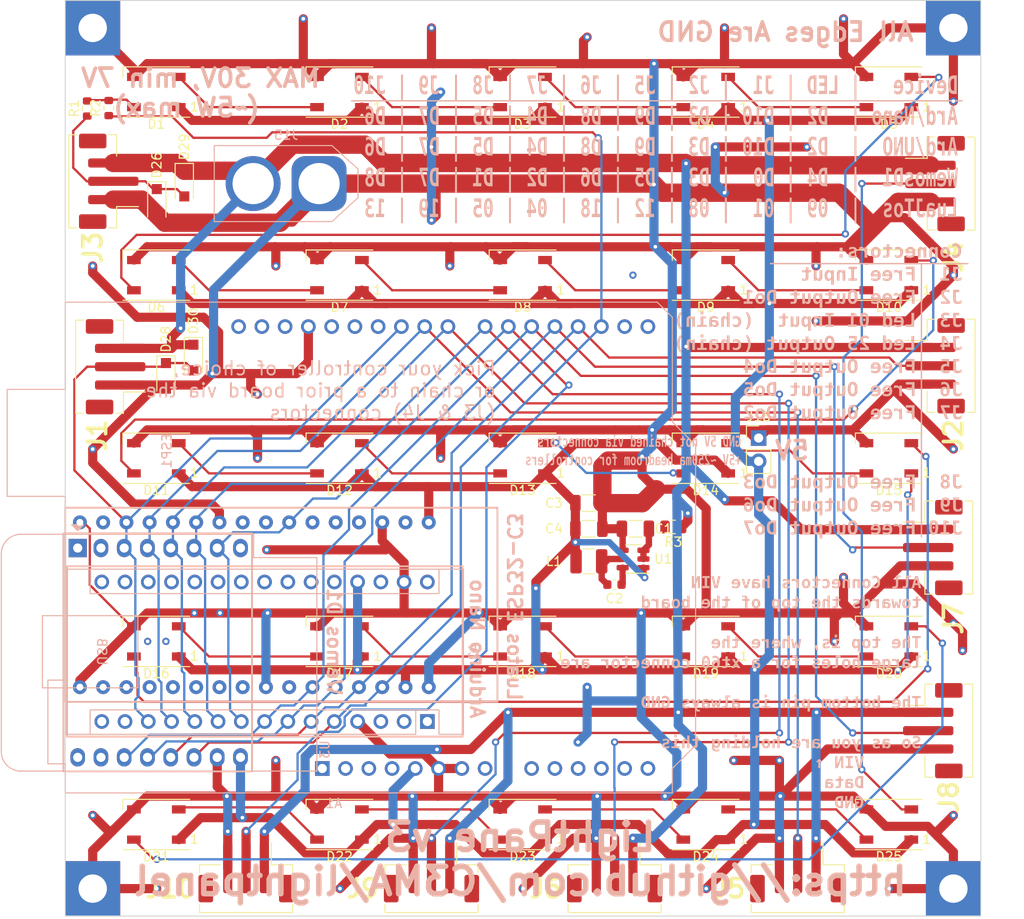
<source format=kicad_pcb>
(kicad_pcb (version 20221018) (generator pcbnew)
  (layers (0 "F.Cu" signal) (31 "B.Cu" signal) (34 "B.Paste" user) (35 "F.Paste" user) (36 "B.SilkS" user "B.Silkscreen") (37 "F.SilkS" user "F.Silkscreen") (38 "B.Mask" user) (39 "F.Mask" user) (44 "Edge.Cuts" user))
  (net 0 "")
  (net 13 "5V")
  (net 14 "GND")
  (net 15 "VIN")
  (net 41 "Net-(U1-BST)")
  (net 42 "Net-(U1-SW)")
  (net 43 "Net-(D1-DOUT)")
  (net 44 "Net-(D1-DIN)")
  (net 45 "Net-(D2-DOUT)")
  (net 46 "Net-(D3-DOUT)")
  (net 47 "Net-(D4-DOUT)")
  (net 48 "Net-(D5-DOUT)")
  (net 49 "Net-(D6-DOUT)")
  (net 50 "Net-(D7-DOUT)")
  (net 51 "Net-(D8-DOUT)")
  (net 52 "Net-(D10-DIN)")
  (net 53 "Net-(D10-DOUT)")
  (net 54 "Net-(D11-DOUT)")
  (net 55 "Net-(D12-DOUT)")
  (net 56 "Net-(D13-DOUT)")
  (net 57 "Net-(D14-DOUT)")
  (net 58 "Net-(D15-DOUT)")
  (net 59 "Net-(D16-DOUT)")
  (net 60 "Net-(D17-DOUT)")
  (net 61 "Net-(D18-DOUT)")
  (net 62 "Net-(D19-DOUT)")
  (net 63 "Net-(D20-DOUT)")
  (net 64 "Net-(D21-DOUT)")
  (net 65 "Net-(D22-DOUT)")
  (net 66 "Net-(D23-DOUT)")
  (net 67 "Net-(D24-DOUT)")
  (net 68 "LDumbOut")
  (net 70 "Lin")
  (net 71 "LOut")
  (net 72 "Do1")
  (net 73 "Do2")
  (net 74 "Do3")
  (net 75 "Do4")
  (net 76 "Do5")
  (net 77 "Do6")
  (net 78 "Do7")
  (net 81 "LDumb")
  (net 99 "Net-(U1-EN)")
  (footprint "Connector_JST:JST_PH_B3B-PH-SM4-TB_1x03-1MP_P2.00mm_Vertical" (layer "F.Cu") (at 145 89.9 -90)
    (fp_text reference "J2")
    (fp_text value "OutSmart")
  )
  (footprint "Library:Solder_Screw_Mount" (layer "F.Cu") (at 53 147)
    (fp_text reference "J12")
    (fp_text value "Conn_01x01_Female")
  )
  (footprint "Connector_JST:JST_PH_B3B-PH-SM4-TB_1x03-1MP_P2.00mm_Vertical" (layer "F.Cu") (at 90 145.25 180)
    (fp_text reference "J9")
    (fp_text value "OutSmart")
  )
  (footprint "Diode_SMD:D_SOD-123F" (layer "F.Cu") (at 63 70 -90)
    (fp_text reference "D29")
    (fp_text value "1A 5uA@1kV")
  )
  (footprint "Capacitor_SMD:C_1206_3216Metric" (layer "F.Cu") (at 107.188 104.902)
    (fp_text reference "C3")
    (fp_text value "22uF")
  )
  (footprint "Diode_SMD:D_SOD-123F" (layer "F.Cu") (at 61 91 -90)
    (fp_text reference "D28")
    (fp_text value "1A 5uA@1kV")
  )
  (footprint "LED_SMD:LED_WS2812B_PLCC4_5.0x5.0mm_P3.2mm" (layer "F.Cu") (at 139.95 140 180)
    (fp_text reference "D25")
    (fp_text value "WS2812B")
  )
  (footprint "Package_TO_SOT_SMD:TSOT-23-6" (layer "F.Cu") (at 112.014 110.998 180)
    (fp_text reference "U1")
    (fp_text value "AP63205WU")
  )
  (footprint "LED_SMD:LED_WS2812B_PLCC4_5.0x5.0mm_P3.2mm" (layer "F.Cu") (at 119.95 60 180)
    (fp_text reference "D4")
    (fp_text value "WS2812B")
  )
  (footprint "LED_SMD:LED_WS2812B_PLCC4_5.0x5.0mm_P3.2mm" (layer "F.Cu") (at 119.95 80 180)
    (fp_text reference "D9")
    (fp_text value "WS2812B")
  )
  (footprint "LED_SMD:LED_WS2812B_PLCC4_5.0x5.0mm_P3.2mm" (layer "F.Cu") (at 139.95 120 180)
    (fp_text reference "D20")
    (fp_text value "WS2812B")
  )
  (footprint "LED_SMD:LED_WS2812B_PLCC4_5.0x5.0mm_P3.2mm" (layer "F.Cu") (at 59.95 140 180)
    (fp_text reference "D21")
    (fp_text value "WS2812B")
  )
  (footprint "Connector_JST:JST_PH_B3B-PH-SM4-TB_1x03-1MP_P2.00mm_Vertical" (layer "F.Cu") (at 54.75 69.75 90)
    (fp_text reference "J3")
    (fp_text value "In_Dumb")
  )
  (footprint "LED_SMD:LED_WS2812B_PLCC4_5.0x5.0mm_P3.2mm" (layer "F.Cu") (at 99.95 100 180)
    (fp_text reference "D13")
    (fp_text value "WS2812B")
  )
  (footprint "Diode_SMD:D_SOD-123F" (layer "F.Cu") (at 60 72 -90)
    (fp_text reference "D26")
    (fp_text value "1A 5uA@1kV")
  )
  (footprint "LED_SMD:LED_WS2812B_PLCC4_5.0x5.0mm_P3.2mm" (layer "F.Cu") (at 99.95 140 180)
    (fp_text reference "D23")
    (fp_text value "WS2812B")
  )
  (footprint "Connector_JST:JST_PH_B3B-PH-SM4-TB_1x03-1MP_P2.00mm_Vertical" (layer "F.Cu") (at 110 145.25 180)
    (fp_text reference "J6")
    (fp_text value "OutSmart")
  )
  (footprint "Connector_JST:JST_PH_B3B-PH-SM4-TB_1x03-1MP_P2.00mm_Vertical" (layer "F.Cu") (at 144.75 109.75 -90)
    (fp_text reference "J7")
    (fp_text value "OutSmart")
  )
  (footprint "LED_SMD:LED_WS2812B_PLCC4_5.0x5.0mm_P3.2mm" (layer "F.Cu") (at 99.95 60 180)
    (fp_text reference "D3")
    (fp_text value "WS2812B")
  )
  (footprint "LED_SMD:LED_WS2812B_PLCC4_5.0x5.0mm_P3.2mm" (layer "F.Cu") (at 139.95 100 180)
    (fp_text reference "D15")
    (fp_text value "WS2812B")
  )
  (footprint "Library:Solder_Screw_Mount" (layer "F.Cu") (at 147 147)
    (fp_text reference "J11")
    (fp_text value "Conn_01x01_Female")
  )
  (footprint "LED_SMD:LED_WS2812B_PLCC4_5.0x5.0mm_P3.2mm" (layer "F.Cu") (at 119.95 120 180)
    (fp_text reference "D19")
    (fp_text value "WS2812B")
  )
  (footprint "LED_SMD:LED_WS2812B_PLCC4_5.0x5.0mm_P3.2mm" (layer "F.Cu") (at 79.95 60 180)
    (fp_text reference "D2")
    (fp_text value "WS2812B")
  )
  (footprint "LED_SMD:LED_WS2812B_PLCC4_5.0x5.0mm_P3.2mm" (layer "F.Cu") (at 79.95 80 180)
    (fp_text reference "D7")
    (fp_text value "WS2812B")
  )
  (footprint "Library:Solder_Screw_Mount" (layer "F.Cu") (at 53 53)
    (fp_text reference "J14")
    (fp_text value "Conn_01x01_Female")
  )
  (footprint "LED_SMD:LED_WS2812B_PLCC4_5.0x5.0mm_P3.2mm" (layer "F.Cu") (at 59.95 100 180)
    (fp_text reference "D11")
    (fp_text value "WS2812B")
  )
  (footprint "LED_SMD:LED_WS2812B_PLCC4_5.0x5.0mm_P3.2mm" (layer "F.Cu") (at 59.95 60 180)
    (fp_text reference "D1")
    (fp_text value "WS2812B")
  )
  (footprint "Resistor_SMD:R_0603_1608Metric" (layer "F.Cu") (at 54.75 61.75 90)
    (fp_text reference "R2")
    (fp_text value "1k")
  )
  (footprint "LED_SMD:LED_WS2812B_PLCC4_5.0x5.0mm_P3.2mm" (layer "F.Cu") (at 99.95 80 180)
    (fp_text reference "D8")
    (fp_text value "WS2812B")
  )
  (footprint "LED_SMD:LED_WS2812B_PLCC4_5.0x5.0mm_P3.2mm" (layer "F.Cu") (at 119.95 100 180)
    (fp_text reference "D14")
    (fp_text value "WS2812B")
  )
  (footprint "LED_SMD:LED_WS2812B_PLCC4_5.0x5.0mm_P3.2mm" (layer "F.Cu") (at 79.95 140 180)
    (fp_text reference "D22")
    (fp_text value "WS2812B")
  )
  (footprint "Connector_JST:JST_PH_B3B-PH-SM4-TB_1x03-1MP_P2.00mm_Vertical" (layer "F.Cu") (at 145 70 -90)
    (fp_text reference "J4")
    (fp_text value "Out_Dumb")
  )
  (footprint "Resistor_SMD:R_0805_2012Metric" (layer "F.Cu") (at 116.4125 107.5 180)
    (fp_text reference "R3")
    (fp_text value "2.2Ohm (90mW loss)")
  )
  (footprint "Connector_PinHeader_2.54mm:PinHeader_1x02_P2.54mm_Vertical" (layer "F.Cu") (at 125.73 97.79)
    (fp_text reference "J16")
    (fp_text value "Conn_01x02_Socket")
  )
  (footprint "LED_SMD:LED_WS2812B_PLCC4_5.0x5.0mm_P3.2mm" (layer "F.Cu") (at 59.95 80 180)
    (fp_text reference "D6")
    (fp_text value "WS2812B")
  )
  (footprint "Connector_JST:JST_PH_B3B-PH-SM4-TB_1x03-1MP_P2.00mm_Vertical" (layer "F.Cu") (at 55.5 90 90)
    (fp_text reference "J1")
    (fp_text value "In_Smart")
  )
  (footprint "LED_SMD:LED_WS2812B_PLCC4_5.0x5.0mm_P3.2mm" (layer "F.Cu") (at 139.95 60 180)
    (fp_text reference "D5")
    (fp_text value "WS2812B")
  )
  (footprint "LED_SMD:LED_WS2812B_PLCC4_5.0x5.0mm_P3.2mm" (layer "F.Cu") (at 79.95 120 180)
    (fp_text reference "D17")
    (fp_text value "WS2812B")
  )
  (footprint "Library:Solder_Screw_Mount" (layer "F.Cu") (at 147 53)
    (fp_text reference "J13")
    (fp_text value "Conn_01x01_Female")
  )
  (footprint "Diode_SMD:D_SOD-123F" (layer "F.Cu") (at 64 89 -90)
    (fp_text reference "D30")
    (fp_text value "1A 5uA@1kV")
  )
  (footprint "Capacitor_SMD:C_0603_1608Metric" (layer "F.Cu") (at 109.982 113.792 180)
    (fp_text reference "C2")
    (fp_text value "100nF")
  )
  (footprint "Connector_JST:JST_PH_B3B-PH-SM4-TB_1x03-1MP_P2.00mm_Vertical" (layer "F.Cu") (at 144.75 129.75 -90)
    (fp_text reference "J8")
    (fp_text value "OutSmart")
  )
  (footprint "LED_SMD:LED_WS2812B_PLCC4_5.0x5.0mm_P3.2mm" (layer "F.Cu") (at 79.95 100 180)
    (fp_text reference "D12")
    (fp_text value "WS2812B")
  )
  (footprint "Connector_JST:JST_PH_B3B-PH-SM4-TB_1x03-1MP_P2.00mm_Vertical" (layer "F.Cu") (at 130 145.25 180)
    (fp_text reference "J5")
    (fp_text value "OutSmart")
  )
  (footprint "LED_SMD:LED_WS2812B_PLCC4_5.0x5.0mm_P3.2mm" (layer "F.Cu") (at 139.95 80 180)
    (fp_text reference "D10")
    (fp_text value "WS2812B")
  )
  (footprint "LED_SMD:LED_WS2812B_PLCC4_5.0x5.0mm_P3.2mm" (layer "F.Cu") (at 119.95 140 180)
    (fp_text reference "D24")
    (fp_text value "WS2812B")
  )
  (footprint "Capacitor_SMD:C_1206_3216Metric" (layer "F.Cu") (at 112.268 107.696 180)
    (fp_text reference "C1")
    (fp_text value "10uF")
  )
  (footprint "Resistor_SMD:R_0603_1608Metric" (layer "F.Cu") (at 52.4 61.8 90)
    (fp_text reference "R1")
    (fp_text value "1k")
  )
  (footprint "Connector_JST:JST_PH_B3B-PH-SM4-TB_1x03-1MP_P2.00mm_Vertical" (layer "F.Cu") (at 69.75 145.25 180)
    (fp_text reference "J10")
    (fp_text value "OutSmart")
  )
  (footprint "Inductor_SMD:L_1210_3225Metric" (layer "F.Cu") (at 107.188 111.252 180)
    (fp_text reference "L1")
    (fp_text value "4.7uH")
  )
  (footprint "LED_SMD:LED_WS2812B_PLCC4_5.0x5.0mm_P3.2mm" (layer "F.Cu") (at 59.95 120 180)
    (fp_text reference "D16")
    (fp_text value "WS2812B")
  )
  (footprint "Capacitor_SMD:C_1206_3216Metric" (layer "F.Cu") (at 107.188 107.696)
    (fp_text reference "C4")
    (fp_text value "22uF")
  )
  (footprint "LED_SMD:LED_WS2812B_PLCC4_5.0x5.0mm_P3.2mm" (layer "F.Cu") (at 99.95 120 180)
    (fp_text reference "D18")
    (fp_text value "WS2812B")
  )
  (footprint "Module:Arduino_UNO_R3" (layer "B.Cu") (at 78.075 133.88)
    (fp_text reference "A1")
    (fp_text value "Arduino_UNO_R3")
  )
  (footprint "Library:Luatos" (layer "B.Cu") (at 51.6 107 -90)
    (fp_text reference "ESP1")
    (fp_text value "ESP32")
  )
  (footprint "Connector_AMASS:AMASS_XT60-M_1x02_P7.20mm_Vertical" (layer "B.Cu") (at 77.724 70 180)
    (fp_text reference "J15")
    (fp_text value "Conn_01x02_Male")
  )
  (footprint "Module:Arduino_Nano" (layer "B.Cu") (at 89.55 128.75 90)
    (fp_text reference "A2")
    (fp_text value "Arduino_Nano_Every")
  )
  (footprint "Module:WEMOS_D1_mini_light" (layer "B.Cu") (at 51.36 109.805 -90)
    (fp_text reference "U3")
    (fp_text value "WeMos_D1_mini")
  )
  (gr_rect (start 50 105.4) (end 97.2 126.6) (stroke (width 0.2)) (fill none) (layer "B.SilkS"))
  (gr_line (start 143.51 78.74) (end 143.51 108.585) (stroke (width 0.15)) (layer "B.SilkS"))
  (gr_line (start 148.59 78.74) (end 127 78.74) (stroke (width 0.15)) (layer "B.SilkS"))
  (gr_line (start 81.28 60.96) (end 147.955 60.96) (stroke (width 0.15)) (layer "B.SilkS"))
  (gr_rect (start 50.2 111.8) (end 93.4 130.4) (stroke (width 0.2)) (fill none) (layer "B.SilkS"))
  (gr_rect (start 49.8 108.2) (end 70.4 134.2) (stroke (width 0.2)) (fill none) (layer "B.SilkS"))
  (gr_line (start 150 150) (end 50 150) (stroke (width 0.1)) (layer "Edge.Cuts"))
  (gr_line (start 50 150) (end 50 50) (stroke (width 0.1)) (layer "Edge.Cuts"))
  (gr_line (start 150 50) (end 150 150) (stroke (width 0.1)) (layer "Edge.Cuts"))
  (gr_line (start 50 50) (end 150 50) (stroke (width 0.1)) (layer "Edge.Cuts"))
  (gr_text "Device   | LED | J1  | J2 | J5 | J6 | J7 | J8 | J9 | J10 \nArd/Nano |  D2 | D10 | D3 | D9 | D8 | D4 | D5 | D7 | D6 \nArd/UNO  |  D2 | D10 | D3 | D9 | D8 | D4 | D5 | D7 | D6 \nWemosD1  |  D4 | D0  | D3 | D5 | D6 | D2 | D1 | D7 | D8 \nLuaJTos  |  09 | 01  | 08 | 12 | 18 | 04 | 05 | 19 | 13 \n" (at 147.5 74) (layer "B.SilkS") (effects (font (size 2 1.4) (thickness 0.3) bold) (justify left bottom mirror)))
  (gr_text "LightPane v3\nhttps://github.com/C3MA/lightpanel" (at 99.695 147.955) (layer "B.SilkS") (effects (font (size 3 3) (thickness 0.6) bold) (justify bottom mirror)))
  (gr_text "Connectors:\nJ1  Free Input\nJ2  Free Output Do1\nJ3  Led 01 Input  (chain)\nJ4  Led 25 Output (chain)\nJ5  Free Output Do4\nJ6  Free Output Do5\nJ7  Free Output Do2\n\n\nJ8  Free Output Do3\nJ9  Free Output Do6\nJ10 Free Output Do7\n" (at 148 108.585) (layer "B.SilkS") (effects (font (size 1.5 1.5) (thickness 0.3) bold) (justify left bottom mirror)))
  (gr_text "All Edges Are GND" (at 142.875 54.61) (layer "B.SilkS") (effects (font (size 2 2) (thickness 0.4) bold) (justify left bottom mirror)))
  (gr_text "5V" (at 131.445 100.33) (layer "B.SilkS") (effects (font (size 2 2) (thickness 0.4) bold) (justify left bottom mirror)))
  (gr_text "MAX 30V, min 7V\n  (~5W max)" (at 64.77 62.865) (layer "B.SilkS") (effects (font (size 2 2) (thickness 0.4) bold) (justify bottom mirror)))
  (gr_text "Wemos D1" (at 79.375 120.015 -90) (layer "B.SilkS") (effects (font (size 1.5 1.5) (thickness 0.3)) (justify mirror)))
  (gr_text "All Connectors have VIN \ntowards the top of the board\n\nThe top is, where the \nlarge holes for a xt60 connector are\n\nThe bottom pin is always GND\n\nSo as you are holding this\n		VIN ↑\n		Data\n		GND" (at 143.51 138.43) (layer "B.SilkS") (effects (font (size 1.3 1.3) (thickness 0.25) bold) (justify left bottom mirror)))
  (gr_text "Luatos ESP32-C3\n" (at 99.06 116.205 270) (layer "B.SilkS") (effects (font (size 1.5 1.5) (thickness 0.3)) (justify mirror)))
  (gr_text "GND 5V not chained via connectors\n+5V ~250ma headroom for controllers" (at 123.825 100.965) (layer "B.SilkS") (effects (font (size 1.2 0.8) (thickness 0.16) bold) (justify left bottom mirror)))
  (gr_text "Pick your controller of choice,\nor chain to a prior board via the \n(J3 & J4) connectors" (at 97.155 95.885) (layer "B.SilkS") (effects (font (size 1.5 1.5) (thickness 0.2) bold) (justify left bottom mirror)))
  (gr_text "Arduino Nano\n" (at 95 120.8 -90) (layer "B.SilkS") (effects (font (size 1.5 1.5) (thickness 0.3)) (justify mirror)))
  (segment (start 127.1 123.1) (end 127.45 123.1) (width 1) (layer "F.Cu") (net 13))
  (segment (start 125.3 123.1) (end 127.45 123.1) (width 1) (layer "F.Cu") (net 13))
  (segment (start 62.4 101.65) (end 63.85 103.1) (width 1) (layer "F.Cu") (net 13))
  (segment (start 80.95 63.1) (end 82.4 61.65) (width 1) (layer "F.Cu") (net 13))
  (segment (start 80.95 143.1) (end 82.4 141.65) (width 1) (layer "F.Cu") (net 13))
  (segment (start 123.85 83.1) (end 125.15 83.1) (width 1) (layer "F.Cu") (net 13))
  (segment (start 142.4 103.6) (end 142 104) (width 0.25) (layer "F.Cu") (net 13))
  (segment (start 116.642767 100.2) (end 114.842767 98.4) (width 1) (layer "F.Cu") (net 13))
  (segment (start 122.4 121.65) (end 123.85 123.1) (width 1) (layer "F.Cu") (net 13))
  (segment (start 126.45 63.1) (end 126.7 63.1) (width 1) (layer "F.Cu") (net 13))
  (segment (start 98.45 63.1) (end 100.95 63.1) (width 1) (layer "F.Cu") (net 13))
  (segment (start 87.16 125) (end 87.16 123.16) (width 1) (layer "F.Cu") (net 13))
  (segment (start 64.8 139.25) (end 62.4 141.65) (width 1) (layer "F.Cu") (net 13))
  (segment (start 112.62132 140) (end 104.05 140) (width 1) (layer "F.Cu") (net 13))
  (segment (start 140.95 63.1) (end 142.4 61.65) (width 1) (layer "F.Cu") (net 13))
  (segment (start 105.15 83.1) (end 118.45 83.1) (width 1) (layer "F.Cu") (net 13))
  (segment (start 136.1 143.1) (end 133 140) (width 1) (layer "F.Cu") (net 13))
  (segment (start 113.1515 111.948) (end 113.1515 112.8975) (width 0.7) (layer "F.Cu") (net 13))
  (segment (start 124.05 140) (end 122.4 141.65) (width 1) (layer "F.Cu") (net 13))
  (segment (start 119.6 143.2) (end 115.8 143.2) (width 1) (layer "F.Cu") (net 13))
  (segment (start 102.4 101.65) (end 102.461 101.65) (width 1) (layer "F.Cu") (net 13))
  (segment (start 62.4 81.65) (end 63.85 83.1) (width 1) (layer "F.Cu") (net 13))
  (segment (start 140.95 123.1) (end 142.4 121.65) (width 1) (layer "F.Cu") (net 13))
  (segment (start 100.95 63.1) (end 102.4 61.65) (width 1) (layer "F.Cu") (net 13))
  (segment (start 125.2 140) (end 124.05 140) (width 1) (layer "F.Cu") (net 13))
  (segment (start 100.95 123.1) (end 102.4 121.65) (width 1) (layer "F.Cu") (net 13))
  (segment (start 83.85 83.1) (end 85.15 83.1) (width 1) (layer "F.Cu") (net 13))
  (segment (start 142.4 141.65) (end 140.95 143.1) (width 1) (layer "F.Cu") (net 13))
  (segment (start 105.713 111.177) (end 105.788 111.252) (width 1) (layer "F.Cu") (net 13))
  (segment (start 101.4 113.484) (end 105.713 109.171) (width 1) (layer "F.Cu") (net 13))
  (segment (start 85.8 140) (end 84.05 140) (width 1) (layer "F.Cu") (net 13))
  (segment (start 100.95 123.1) (end 102.1 123.1) (width 1) (layer "F.Cu") (net 13))
  (segment (start 119.65 123.1) (end 127.1 123.1) (width 1) (layer "F.Cu") (net 13))
  (segment (start 92.62132 140) (end 85.8 140) (width 1) (layer "F.Cu") (net 13))
  (segment (start 98.45 63.1) (end 105.15 63.1) (width 1) (layer "F.Cu") (net 13))
  (segment (start 103.85 63.1) (end 105.15 63.1) (width 1) (layer "F.Cu") (net 13))
  (segment (start 105.65 98.4) (end 102.4 101.65) (width 1) (layer "F.Cu") (net 13))
  (segment (start 121.15 141.65) (end 119.6 143.2) (width 1) (layer "F.Cu") (net 13))
  (segment (start 118.15 63.1) (end 126.45 63.1) (width 1) (layer "F.Cu") (net 13))
  (segment (start 102.1 123.1) (end 87.1 123.1) (width 1) (layer "F.Cu") (net 13))
  (segment (start 84.05 140) (end 82.4 141.65) (width 1) (layer "F.Cu") (net 13))
  (segment (start 89.7 107) (end 89.7 103.1) (width 1) (layer "F.Cu") (net 13))
  (segment (start 126.7 63.1) (end 140.95 63.1) (width 1) (layer "F.Cu") (net 13))
  (segment (start 105.713 109.171) (end 105.713 111.177) (width 1) (layer "F.Cu") (net 13))
  (segment (start 133 140) (end 125.2 140) (width 1) (layer "F.Cu") (net 13))
  (segment (start 104.05 140) (end 102.4 141.65) (width 1) (layer "F.Cu") (net 13))
  (segment (start 80.95 103.1) (end 82.4 101.65) (width 1) (layer "F.Cu") (net 13))
  (segment (start 100.95 143.1) (end 95.72132 143.1) (width 1) (layer "F.Cu") (net 13))
  (segment (start 80.95 143.1) (end 76.22132 143.1) (width 1) (layer "F.Cu") (net 13))
  (segment (start 69.35 139.25) (end 64.8 139.25) (width 1) (layer "F.Cu") (net 13))
  (segment (start 79.45 83.1) (end 85.15 83.1) (width 1) (layer "F.Cu") (net 13))
  (segment (start 142.4 101.65) (end 142.4 103.6) (width 0.25) (layer "F.Cu") (net 13))
  (segment (start 140.95 83.1) (end 142.4 81.65) (width 1) (layer "F.Cu") (net 13))
  (segment (start 102.4 121.65) (end 103.85 123.1) (width 1) (layer "F.Cu") (net 13))
  (segment (start 123.85 123.1) (end 125.3 123.1) (width 1) (layer "F.Cu") (net 13))
  (segment (start 85.65 103.1) (end 89.7 103.1) (width 1) (layer "F.Cu") (net 13))
  (segment (start 72.37132 139.25) (end 69.35 139.25) (width 1) (layer "F.Cu") (net 13))
  (segment (start 79.45 103.1) (end 85.65 103.1) (width 1) (layer "F.Cu") (net 13))
  (segment (start 118.45 83.1) (end 120.95 83.1) (width 1) (layer "F.Cu") (net 13))
  (segment (start 123.85 63.1) (end 126.45 63.1) (width 1) (layer "F.Cu") (net 13))
  (segment (start 103.85 123.1) (end 106.15 123.1) (width 1) (layer "F.Cu") (net 13))
  (segment (start 122.4 101.65) (end 120.95 100.2) (width 1) (layer "F.Cu") (net 13))
  (segment (start 80.95 63.1) (end 84.45 63.1) (width 1) (layer "F.Cu") (net 13))
  (segment (start 102.4 141.65) (end 100.95 143.1) (width 1) (layer "F.Cu") (net 13))
  (segment (start 79.45 83.1) (end 80.95 83.1) (width 1) (layer "F.Cu") (net 13))
  (segment (start 122.4 141.65) (end 121.15 141.65) (width 1) (layer "F.Cu") (net 13))
  (segment (start 102.461 101.65) (end 105.713 104.902) (width 1) (layer "F.Cu") (net 13))
  (segment (start 83.85 63.1) (end 84.45 63.1) (width 1) (layer "F.Cu") (net 13))
  (segment (start 105.713 107.696) (end 105.713 109.171) (width 1) (layer "F.Cu") (net 13))
  (segment (start 98.15 83.1) (end 100.95 83.1) (width 1) (layer "F.Cu") (net 13))
  (segment (start 125.15 83.1) (end 126.9 83.1) (width 1) (layer "F.Cu") (net 13))
  (segment (start 114.842767 98.4) (end 105.65 98.4) (width 1) (layer "F.Cu") (net 13))
  (segment (start 100.95 83.1) (end 102.4 81.65) (width 1) (layer "F.Cu") (net 13))
  (segment (start 80.95 83.1) (end 82.4 81.65) (width 1) (layer "F.Cu") (net 13))
  (segment (start 105.713 104.902) (end 105.713 107.696) (width 1) (layer "F.Cu") (net 13))
  (segment (start 89.7 103.1) (end 99.65 103.1) (width 1) (layer "F.Cu") (net 13))
  (segment (start 76.22132 143.1) (end 72.37132 139.25) (width 1) (layer "F.Cu") (net 13))
  (segment (start 82.4 101.65) (end 83.85 103.1) (width 1) (layer "F.Cu") (net 13))
  (segment (start 118.45 83.1) (end 125.15 83.1) (width 1) (layer "F.Cu") (net 13))
  (segment (start 85.26 123.1) (end 81.9 123.1) (width 0.25) (layer "F.Cu") (net 13))
  (segment (start 84.45 63.1) (end 98.45 63.1) (width 1) (layer "F.Cu") (net 13))
  (segment (start 81.9 122.15) (end 82.4 121.65) (width 1) (layer "F.Cu") (net 13))
  (segment (start 63.85 83.1) (end 79.45 83.1) (width 1) (layer "F.Cu") (net 13))
  (segment (start 81.9 123.1) (end 81.9 122.15) (width 1) (layer "F.Cu") (net 13))
  (segment (start 120.95 83.1) (end 122.4 81.65) (width 1) (layer "F.Cu") (net 13))
  (segment (start 140.95 143.1) (end 136.1 143.1) (width 1) (layer "F.Cu") (net 13))
  (segment (start 62.4 121.65) (end 63.85 123.1) (width 1) (layer "F.Cu") (net 13))
  (segment (start 63.85 103.1) (end 79.45 103.1) (width 1) (layer "F.Cu") (net 13))
  (segment (start 85.15 83.1) (end 98.15 83.1) (width 1) (layer "F.Cu") (net 13))
  (segment (start 127.1 123.1) (end 125.3 123.1) (width 1) (layer "F.Cu") (net 13))
  (segment (start 79.45 103.1) (end 80.95 103.1) (width 1) (layer "F.Cu") (net 13))
  (segment (start 106.15 123.1) (end 119.65 123.1) (width 1) (layer "F.Cu") (net 13))
  (segment (start 122.4 61.65) (end 123.85 63.1) (width 1) (layer "F.Cu") (net 13))
  (segment (start 101.4 114.2) (end 101.4 113.484) (width 1) (layer "F.Cu") (net 13))
  (segment (start 87.16 123.16) (end 87.1 123.1) (width 1) (layer "F.Cu") (net 13))
  (segment (start 98.15 83.1) (end 105.15 83.1) (width 1) (layer "F.Cu") (net 13))
  (segment (start 103.85 83.1) (end 105.15 83.1) (width 1) (layer "F.Cu") (net 13))
  (segment (start 102.4 81.65) (end 103.85 83.1) (width 1) (layer "F.Cu") (net 13))
  (segment (start 105.15 63.1) (end 118.15 63.1) (width 1) (layer "F.Cu") (net 13))
  (segment (start 87.1 123.1) (end 81.9 123.1) (width 1) (layer "F.Cu") (net 13))
  (segment (start 118.15 63.1) (end 120.95 63.1) (width 1) (layer "F.Cu") (net 13))
  (segment (start 62.4 61.65) (end 63.85 63.1) (width 1) (layer "F.Cu") (net 13))
  (segment (start 95.72132 143.1) (end 92.62132 140) (width 1) (layer "F.Cu") (net 13))
  (segment (start 122.4 81.65) (end 123.85 83.1) (width 1) (layer "F.Cu") (net 13))
  (segment (start 82.4 61.65) (end 83.85 63.1) (width 1) (layer "F.Cu") (net 13))
  (segment (start 120.95 63.1) (end 122.4 61.65) (width 1) (layer "F.Cu") (net 13))
  (segment (start 115.8 143.17868) (end 112.62132 140) (width 1) (layer "F.Cu") (net 13))
  (segment (start 82.4 81.65) (end 83.85 83.1) (width 1) (layer "F.Cu") (net 13))
  (segment (start 63.85 63.1) (end 80.95 63.1) (width 1) (layer "F.Cu") (net 13))
  (segment (start 83.85 103.1) (end 85.65 103.1) (width 1) (layer "F.Cu") (net 13))
  (segment (start 102.4 61.65) (end 103.85 63.1) (width 1) (layer "F.Cu") (net 13))
  (segment (start 126.9 83.1) (end 140.95 83.1) (width 1) (layer "F.Cu") (net 13))
  (segment (start 113.1515 112.8975) (end 113.284 113.03) (width 0.7) (layer "F.Cu") (net 13))
  (segment (start 102.1 123.1) (end 106.15 123.1) (width 1) (layer "F.Cu") (net 13))
  (segment (start 119.65 123.1) (end 120.95 123.1) (width 1) (layer "F.Cu") (net 13))
  (segment (start 120.95 100.2) (end 116.642767 100.2) (width 1) (layer "F.Cu") (net 13))
  (segment (start 81.9 123.1) (end 63.85 123.1) (width 1) (layer "F.Cu") (net 13))
  (segment (start 99.65 103.1) (end 100.95 103.1) (width 1) (layer "F.Cu") (net 13))
  (segment (start 115.8 143.2) (end 115.8 143.17868) (width 1) (layer "F.Cu") (net 13))
  (segment (start 100.95 103.1) (end 102.4 101.65) (width 1) (layer "F.Cu") (net 13))
  (segment (start 127.45 123.1) (end 140.95 123.1) (width 1) (layer "F.Cu") (net 13))
  (segment (start 120.95 123.1) (end 122.4 121.65) (width 1) (layer "F.Cu") (net 13))
  (via (at 101.4 114.2) (size 0.8) (drill 0.4) (layers "F.Cu" "B.Cu") (net 13))
  (via (at 142 104) (size 0.8) (drill 0.4) (layers "F.Cu" "B.Cu") (net 13))
  (via (at 126.9 83.1) (size 0.8) (drill 0.4) (layers "F.Cu" "B.Cu") (net 13))
  (via (at 113.284 113.03) (size 0.8) (drill 0.4) (layers "F.Cu" "B.Cu") (net 13))
  (via (at 126.7 63.1) (size 0.8) (drill 0.4) (layers "F.Cu" "B.Cu") (net 13))
  (via (at 85.8 140) (size 0.8) (drill 0.4) (layers "F.Cu" "B.Cu") (net 13))
  (via (at 105.713 109.171) (size 0.8) (drill 0.4) (layers "F.Cu" "B.Cu") (net 13))
  (via (at 125.3 123.1) (size 0.8) (drill 0.4) (layers "F.Cu" "B.Cu") (net 13))
  (via (at 81.9 123.1) (size 0.8) (drill 0.4) (layers "F.Cu" "B.Cu") (net 13))
  (via (at 102.1 123.1) (size 0.8) (drill 0.4) (layers "F.Cu" "B.Cu") (net 13))
  (via (at 69.35 139.25) (size 0.8) (drill 0.4) (layers "F.Cu" "B.Cu") (net 13))
  (via (at 125.2 140) (size 0.8) (drill 0.4) (layers "F.Cu" "B.Cu") (net 13))
  (via (at 140.95 123.1) (size 0.8) (drill 0.4) (layers "F.Cu" "B.Cu") (net 13))
  (segment (start 123.19 98.992081) (end 123.19 93.345) (width 1) (layer "B.Cu") (net 13))
  (segment (start 126.9 63.3) (end 126.7 63.1) (width 1) (layer "B.Cu") (net 13))
  (segment (start 142 104) (end 142 122.05) (width 0.25) (layer "B.Cu") (net 13))
  (segment (start 69.14 139.04) (end 69.35 139.25) (width 1) (layer "B.Cu") (net 13))
  (segment (start 126.9 83.1) (end 126.9 88.9) (width 1) (layer "B.Cu") (net 13))
  (segment (start 101.4 114.2) (end 101.4 122.4) (width 1) (layer "B.Cu") (net 13))
  (segment (start 125.73 100.33) (end 124.527919 100.33) (width 1) (layer "B.Cu") (net 13))
  (segment (start 126.9 121.5) (end 125.3 123.1) (width 1) (layer "B.Cu") (net 13))
  (segment (start 125.3 139.9) (end 125.2 140) (width 1) (layer "B.Cu") (net 13))
  (segment (start 81.93 113.51) (end 81.93 123.07) (width 1) (layer "B.Cu") (net 13))
  (segment (start 109.425 109.171) (end 105.713 109.171) (width 0.7) (layer "B.Cu") (net 13))
  (segment (start 88.235 133.88) (end 85.8 136.315) (width 1) (layer "B.Cu") (net 13))
  (segment (start 126.9 89.635) (end 126.9 88.9) (width 1) (layer "B.Cu") (net 13))
  (segment (start 85.8 136.315) (end 85.8 140) (width 1) (layer "B.Cu") (net 13))
  (segment (start 126.9 83.1) (end 126.9 63.3) (width 1) (layer "B.Cu") (net 13))
  (segment (start 126.9 107.315) (end 126.9 121.5) (width 1) (layer "B.Cu") (net 13))
  (segment (start 125.73 100.33) (end 125.73 106.145) (width 1) (layer "B.Cu") (net 13))
  (segment (start 123.19 93.345) (end 126.9 89.635) (width 1) (layer "B.Cu") (net 13))
  (segment (start 124.527919 100.33) (end 123.19 98.992081) (width 1) (layer "B.Cu") (net 13))
  (segment (start 142 122.05) (end 140.95 123.1) (width 0.25) (layer "B.Cu") (net 13))
  (segment (start 125.3 123.1) (end 125.3 139.9) (width 1) (layer "B.Cu") (net 13))
  (segment (start 81.93 123.07) (end 81.9 123.1) (width 1) (layer "B.Cu") (net 13))
  (segment (start 113.284 113.03) (end 109.425 109.171) (width 0.7) (layer "B.Cu") (net 13))
  (segment (start 125.73 106.145) (end 126.9 107.315) (width 1) (layer "B.Cu") (net 13))
  (segment (start 69.14 132.665) (end 69.14 139.04) (width 1) (layer "B.Cu") (net 13))
  (segment (start 101.4 122.4) (end 102.1 123.1) (width 1) (layer "B.Cu") (net 13))
  (segment (start 92 79) (end 92 77) (width 1) (layer "F.Cu") (net 14))
  (segment (start 110.8765 107.7795) (end 110.793 107.696) (width 0.7) (layer "F.Cu") (net 14))
  (segment (start 134 120) (end 134 117.5) (width 1) (layer "F.Cu") (net 14))
  (segment (start 98.95 56.9) (end 94.65 56.9) (width 1) (layer "F.Cu") (net 14))
  (segment (start 96.05 116.9) (end 97.5 118.35) (width 1) (layer "F.Cu") (net 14))
  (segment (start 137.5 138.35) (end 136.05 136.9) (width 1) (layer "F.Cu") (net 14))
  (segment (start 99.15 136.9) (end 96.15 136.9) (width 1) (layer "F.Cu") (net 14))
  (segment (start 119.65 96.9) (end 115.95 96.9) (width 1) (layer "F.Cu") (net 14))
  (segment (start 144.25 111.75) (end 141.2 111.75) (width 1) (layer "F.Cu") (net 14))
  (segment (start 140.725 92.725) (end 140.725 92.225) (width 1) (layer "F.Cu") (net 14))
  (segment (start 71 97.5) (end 70.4 96.9) (width 1) (layer "F.Cu") (net 14))
  (segment (start 122 53) (end 122 56.8) (width 1) (layer "F.Cu") (net 14))
  (segment (start 64.1 116.9) (end 66.9 116.9) (width 1) (layer "F.Cu") (net 14))
  (segment (start 90 53) (end 90 56.8) (width 1) (layer "F.Cu") (net 14))
  (segment (start 129.9 96.9) (end 127.635 96.9) (width 1) (layer "F.Cu") (net 14))
  (segment (start 105.5 141.5) (end 108 141.5) (width 1) (layer "F.Cu") (net 14))
  (segment (start 51.6 124.25) (end 57.5 118.35) (width 1) (layer "F.Cu") (net 14))
  (segment (start 80 147) (end 85.5 141.5) (width 1) (layer "F.Cu") (net 14))
  (segment (start 144.5 91.9) (end 141.05 91.9) (width 1) (layer "F.Cu") (net 14))
  (segment (start 53 139) (end 54.675 140.675) (width 1) (layer "F.Cu") (net 14))
  (segment (start 122 56.8) (end 121.9 56.9) (width 1) (layer "F.Cu") (net 14))
  (segment (start 122 71) (end 134.5 71) (width 2) (layer "F.Cu") (net 14))
  (segment (start 141.05 91.9) (end 140.725 92.225) (width 1) (layer "F.Cu") (net 14))
  (segment (start 97.5 78.35) (end 97.4 78.35) (width 1) (layer "F.Cu") (net 14))
  (segment (start 128 133) (end 128 136.8) (width 1) (layer "F.Cu") (net 14))
  (segment (start 137.75 138.35) (end 139.6 140.2) (width 1) (layer "F.Cu") (net 14))
  (segment (start 142.725 113.725) (end 139.225 113.725) (width 1) (layer "F.Cu") (net 14))
  (segment (start 140 147) (end 147 147) (width 1) (layer "F.Cu") (net 14))
  (segment (start 52.685 107.685) (end 52.685 113.835) (width 0.25) (layer "F.Cu") (net 14))
  (segment (start 64.8 92) (end 66.05 90.75) (width 1) (layer "F.Cu") (net 14))
  (segment (start 127.635 96.9) (end 126.9 96.9) (width 1) (layer "F.Cu") (net 14))
  (segment (start 75.95 136.9) (end 77.4 138.35) (width 1) (layer "F.Cu") (net 14))
  (segment (start 91 97.5) (end 91.6 96.9) (width 1) (layer "F.Cu") (net 14))
  (segment (start 76.05 56.9) (end 73.15 56.9) (width 1) (layer "F.Cu") (net 14))
  (segment (start 77.8 71.2) (end 74.8 74.2) (width 1) (layer "F.Cu") (net 14))
  (segment (start 76 52) (end 76 56.85) (width 1) (layer "F.Cu") (net 14))
  (segment (start 147 53) (end 139.95 53) (width 1) (layer "F.Cu") (net 14))
  (segment (start 70.4 96.9) (end 58.95 96.9) (width 1) (layer "F.Cu") (net 14))
  (segment (start 66.84 105.84) (end 66 105) (width 1) (layer "F.Cu") (net 14))
  (segment (start 108.663 104.902) (end 113.03 104.902) (width 2) (layer "F.Cu") (net 14))
  (segment (start 120.45 76.9) (end 118.95 76.9) (width 1) (layer "F.Cu") (net 14))
  (segment (start 81.45 96.9) (end 74.45 96.9) (width 1) (layer "F.Cu") (net 14))
  (segment (start 56 92) (end 64.8 92) (width 1) (layer "F.Cu") (net 14))
  (segment (start 139.6 140.2) (end 144.2 140.2) (width 1) (layer "F.Cu") (net 14))
  (segment (start 106.6 56.9) (end 98.95 56.9) (width 1) (layer "F.Cu") (net 14))
  (segment (start 141.2 111.75) (end 139.225 113.725) (width 1) (layer "F.Cu") (net 14))
  (segment (start 147 99) (end 140.725 92.725) (width 1) (layer "F.Cu") (net 14))
  (segment (start 67.65 136.9) (end 58.95 136.9) (width 1) (layer "F.Cu") (net 14))
  (segment (start 76.15 76.9) (end 72.9 76.9) (width 1) (layer "F.Cu") (net 14))
  (segment (start 116.05 96.9) (end 117.5 98.35) (width 1) (layer "F.Cu") (net 14))
  (segment (start 57.5 58.35) (end 57.5 57.5) (width 1) (layer "F.Cu") (net 14))
  (segment (start 112.9 116.9) (end 115.45 116.9) (width 1) (layer "F.Cu") (net 14))
  (segment (start 87.01 113.51) (end 87.01 116.61) (width 1) (layer "F.Cu") (net 14))
  (segment (start 142 85) (end 147 80) (width 1) (layer "F.Cu") (net 14))
  (segment (start 98.95 116.9) (end 112.9 116.9) (width 1) (layer "F.Cu") (net 14))
  (segment (start 89.192056 132.297056) (end 90.775 133.88) (width 1) (layer "F.Cu") (net 14))
  (segment (start 90.775 133.88) (end 90.775 136.825) (width 1) (layer "F.Cu") (net 14))
  (segment (start 136.05 96.9) (end 129.9 96.9) (width 1) (layer "F.Cu") (net 14))
  (segment (start 114.554 103.378) (end 117.878 103.378) (width 1) (layer "F.Cu") (net 14))
  (segment (start 108.663 104.902) (end 108.663 107.696) (width 1) (layer "F.Cu") (net 14))
  (segment (start 97.5 58.35) (end 96.05 56.9) (width 1) (layer "F.Cu") (net 14))
  (segment (start 136.05 136.9) (end 128.1 136.9) (width 1) (layer "F.Cu") (net 14))
  (segment (start 120.45 76.9) (end 114.45 76.9) (width 1) (layer "F.Cu") (net 14))
  (segment (start 53 142.85) (end 53 147) (width 1) (layer "F.Cu") (net 14))
  (segment (start 108.663 100.887) (end 109.298 100.252) (width 2) (layer "F.Cu") (net 14))
  (segment (start 75.95 136.9) (end 72.6 136.9) (width 1) (layer "F.Cu") (net 14))
  (segment (start 87.3 116.9) (end 95.65 116.9) (width 1) (layer "F.Cu") (net 14))
  (segment (start 113 99.7995) (end 113 101.824) (width 1) (layer "F.Cu") (net 14))
  (segment (start 77.4 138.35) (end 77.5 138.35) (width 1) (layer "F.Cu") (net 14))
  (segment (start 106.6 54.4) (end 106.6 56.9) (width 1) (layer "F.Cu") (net 14))
  (segment (start 95.65 96.9) (end 91.6 96.9) (width 1) (layer "F.Cu") (net 14))
  (segment (start 79.025 117.025) (end 77.7 118.35) (width 1) (layer "F.Cu") (net 14))
  (segment (start 78.95 136.9) (end 75.95 136.9) (width 1) (layer "F.Cu") (net 14))
  (segment (start 70.25 90.75) (end 75.25 90.75) (width 1) (layer "F.Cu") (net 14))
  (segment (start 73 77) (end 72.9 76.9) (width 1) (layer "F.Cu") (net 14))
  (segment (start 116.05 76.9) (end 117.5 78.35) (width 1) (layer "F.Cu") (net 14))
  (segment (start 76.555 89.445) (end 76.555 85.62) (width 1) (layer "F.Cu") (net 14))
  (segment (start 141.680635 73.725) (end 139.225 73.725) (width 1) (layer "F.Cu") (net 14))
  (segment (start 58.35 71.75) (end 60 73.4) (width 2) (layer "F.Cu") (net 14))
  (segment (start 58.95 56.9) (end 57.5 58.35) (width 1) (layer "F.Cu") (net 14))
  (segment (start 136.05 76.9) (end 132.1 76.9) (width 1) (layer "F.Cu") (net 14))
  (segment (start 77.5 58.35) (end 78.95 56.9) (width 1) (layer "F.Cu") (net 14))
  (segment (start 53 79) (end 53 79.75) (width 1) (layer "F.Cu") (net 14))
  (segment (start 134.5 71) (end 138.225 74.725) (width 2) (layer "F.Cu") (net 14))
  (segment (start 90.775 136.825) (end 90.7 136.9) (width 1) (layer "F.Cu") (net 14))
  (segment (start 60.8 74.2) (end 60 73.4) (width 1) (layer "F.Cu") (net 14))
  (segment (start 115.45 116.9) (end 116.05 116.9) (width 1) (layer "F.Cu") (net 14))
  (segment (start 116.65 136.9) (end 115.5 136.9) (width 1) (layer "F.Cu") (net 14))
  (segment (start 66 105) (end 57.5 105) (width 1) (layer "F.Cu") (net 14))
  (segment (start 97.4 78.35) (end 95.95 76.9) (width 1) (layer "F.Cu") (net 14))
  (segment (start 78.95 96.9) (end 77.5 98.35) (width 1) (layer "F.Cu") (net 14))
  (segment (start 77.5 58.35) (end 76.05 56.9) (width 1) (layer "F.Cu") (net 14))
  (segment (start 121.9 56.9) (end 119.65 56.9) (width 1) (layer "F.Cu") (net 14))
  (segment (start 148 121) (end 148 119) (width 1) (layer "F.Cu") (net 14))
  (segment (start 140.963242 72) (end 136.056621 76.906621) (width 2) (layer "F.Cu") (net 14))
  (segment (start 110.8765 110.048) (end 110.8765 107.7795) (width 0.7) (layer "F.Cu") (net 14))
  (segment (start 134 117.5) (end 134.6 116.9) (width 1) (layer "F.Cu") (net 14))
  (segment (start 120 116.9) (end 134.6 116.9) (width 1) (layer "F.Cu") (net 14))
  (segment (start 109.298 100.252) (end 112.698 100.252) (width 2) (layer "F.Cu") (net 14))
  (segment (start 59.6 92.4) (end 53 99) (width 1) (layer "F.Cu") (net 14))
  (segment (start 100.15 96.9) (end 98.95 96.9) (width 1) (layer "F.Cu") (net 14))
  (segment (start 119.15 116.9) (end 118.95 116.9) (width 1) (layer "F.Cu") (net 14))
  (segment (start 132 77) (end 132.1 76.9) (width 1) (layer "F.Cu") (net 14))
  (segment (start 123.4 96.9) (end 119.65 96.9) (width 1) (layer "F.Cu") (net 14))
  (segment (start 138.225 74.725) (end 136.05 76.9) (width 1) (layer "F.Cu") (net 14))
  (segment (start 74.45 96.9) (end 70.4 96.9) (width 1) (layer "F.Cu") (net 14))
  (segment (start 85 110) (end 85.3 109.7) (width 1) (layer "F.Cu") (net 14))
  (segment (start 145.25 141.25) (end 147 143) (width 1) (layer "F.Cu") (net 14))
  (segment (start 88 144.75) (end 88 141.5) (width 1) (layer "F.Cu") (net 14))
  (segment (start 76 56.85) (end 76.05 56.9) (width 1) (layer "F.Cu") (net 14))
  (segment (start 90.7 136.9) (end 87.9 136.9) (width 1) (layer "F.Cu") (net 14))
  (segment (start 77.5 78.35) (end 78.95 76.9) (width 1) (layer "F.Cu") (net 14))
  (segment (start 117.5 58.35) (end 117.5 58.25) (width 1) (layer "F.Cu") (net 14))
  (segment (start 100.15 96.9) (end 95.65 96.9) (width 1) (layer "F.Cu") (net 14))
  (segment (start 79.15 116.9) (end 79.025 117.025) (width 1) (layer "F.Cu") (net 14))
  (segment (start 115.95 96.9) (end 116.05 96.9) (width 1) (layer "F.Cu") (net 14))
  (segment (start 144.2 140.2) (end 145.25 141.25) (width 1) (layer "F.Cu") (net 14))
  (segment (start 84.62 109.02) (end 85.3 109.7) (width 1) (layer "F.Cu") (net 14))
  (segment (start 108.663 104.902) (end 108.663 100.887) (width 2) (layer "F.Cu") (net 14))
  (segment (start 73.449 74.275) (end 77.724 70) (width 2) (layer "F.Cu") (net 14))
  (segment (start 132 79) (end 132 77) (width 1) (layer "F.Cu") (net 14))
  (segment (start 136.05 116.9) (end 137.5 118.35) (width 1) (layer "F.Cu") (net 14))
  (segment (start 117.5 58.25) (end 116.15 56.9) (width 1) (layer "F.Cu") (net 14))
  (segment (start 117.5 58.35) (end 118.95 56.9) (width 1) (layer "F.Cu") (net 14))
  (segment (start 113 101.824) (end 114.554 103.378) (width 1) (layer "F.Cu") (net 14))
  (segment (start 57.5 57.5) (end 53 53) (width 1) (layer "F.Cu") (net 14))
  (segment (start 124.46 96.9) (end 124.1 96.9) (width 1) (layer "F.Cu") (net 14))
  (segment (start 72 110) (end 85 110) (width 1) (layer "F.Cu") (net 14))
  (segment (start 97.5 138.25) (end 96.15 136.9) (width 1) (layer "F.Cu") (net 14))
  (segment (start 97.5 138.35) (end 97.5 138.25) (width 1) (layer "F.Cu") (net 14))
  (segment (start 84.62 107) (end 84.62 109.02) (width 1) (layer "F.Cu") (net 14))
  (segment (start 78.9 116.9) (end 79.025 117.025) (width 1) (layer "F.Cu") (net 14))
  (segment (start 96.05 56.9) (end 94.65 56.9) (width 1) (layer "F.Cu") (net 14))
  (segment (start 137.5 78.35) (end 136.05 76.9) (width 1) (layer "F.Cu") (net 14))
  (segment (start 100 147) (end 105.5 141.5) (width 1) (layer "F.Cu") (net 14))
  (segment (start 114.2 70) (end 114.3 70.1) (width 2) (layer "F.Cu") (net 14))
  (segment (start 116.05 116.9) (end 116.288 117.138) (width 1) (layer "F.Cu") (net 14))
  (segment (start 125.5 141.5) (end 128 141.5) (width 1) (layer "F.Cu") (net 14))
  (segment (start 60 147) (end 53 147) (width 1) (layer "F.Cu") (net 14))
  (segment (start 58.95 116.9) (end 64.1 116.9) (width 1) (layer "F.Cu") (net 14))
  (segment (start 97.5 58.35) (end 98.95 56.9) (width 1) (layer "F.Cu") (net 14))
  (segment (start 147 143) (end 147 147) (width 1) (layer "F.Cu") (net 14))
  (segment (start 144.25 131.75) (end 133.25 131.75) (width 1) (layer "F.Cu") (net 14))
  (segment (start 66.75 86.25) (end 66.75 90.75) (width 1) (layer "F.Cu") (net 14))
  (segment (start 107 54) (end 106.6 54.4) (width 1) (layer "F.Cu") (net 14))
  (segment (start 90.5 70) (end 114.2 70) (width 1) (layer "F.Cu") (net 14))
  (segment (start 135 52) (end 135 55.85) (width 1) (layer "F.Cu") (net 14))
  (segment (start 97.5 138.35) (end 98.95 136.9) (width 1) (layer "F.Cu") (net 14))
  (segment (start 118.95 76.9) (end 117.5 78.35) (width 1) (layer "F.Cu") (net 14))
  (segment (start 132.1 76.9) (end 120.45 76.9) (width 1) (layer "F.Cu") (net 14))
  (segment (start 90.1 56.9) (end 79.45 56.9) (width 1) (layer "F.Cu") (net 14))
  (segment (start 81.93 128.75) (end 85.477056 132.297056) (width 1) (layer "F.Cu") (net 14))
  (segment (start 66.84 107) (end 66.84 105.84) (width 1) (layer "F.Cu") (net 14))
  (segment (start 123 133) (end 128 133) (width 1) (layer "F.Cu") (net 14))
  (segment (start 73 79) (end 73 77) (width 1) (layer "F.Cu") (net 14))
  (segment (start 114.45 76.9) (end 116.05 76.9) (width 1) (layer "F.Cu") (net 14))
  (segment (start 90.5 73.5) (end 90.5 70) (width 1) (layer "F.Cu") (net 14))
  (segment (start 90.775 133.88) (end 93.315 133.88) (width 1) (layer "F.Cu") (net 14))
  (segment (start 95.65 116.9) (end 98.95 116.9) (width 1) (layer "F.Cu") (net 14))
  (segment (start 58.95 96.9) (end 57.5 98.35) (width 1) (layer "F.Cu") (net 14))
  (segment (start 131 66) (end 121 66) (width 1) (layer "F.Cu") (net 14))
  (segment (start 74.8 74.2) (end 60.8 74.2) (width 1) (layer "F.Cu") (net 14))
  (segment (start 120 105.5) (end 120 116.9) (width 1) (layer "F.Cu") (net 14))
  (segment (start 118.95 96.9) (end 117.5 98.35) (width 1) (layer "F.Cu") (net 14))
  (segment (start 98.95 116.9) (end 97.5 118.35) (width 1) (layer "F.Cu") (net 14))
  (segment (start 118.95 56.9) (end 119.65 56.9) (width 1) (layer "F.Cu") (net 14))
  (segment (start 120 147) (end 125.5 141.5) (width 1) (layer "F.Cu") (net 14))
  (segment (start 58.95 76.9) (end 57.5 78.35) (width 1) (layer "F.Cu") (net 14))
  (segment (start 95.95 76.9) (end 92.1 76.9) (width 1) (layer "F.Cu") (net 14))
  (segment (start 60 73.4) (end 60.875 74.275) (width 2) (layer "F.Cu") (net 14))
  (segment (start 73 133) (end 73 136.5) (width 1) (layer "F.Cu") (net 14))
  (segment (start 147 118) (end 142.725 113.725) (width 1) (layer "F.Cu") (net 14))
  (segment (start 139.95 53) (end 136.05 56.9) (width 1) (layer "F.Cu") (net 14))
  (segment (start 124.1 96.9) (end 123.4 96.9) (width 1) (layer "F.Cu") (net 14))
  (segment (start 57.85 84.6) (end 65.1 84.6) (width 1) (layer "F.Cu") (net 14))
  (segment (start 55.25 71.75) (end 58.35 71.75) (width 2) (layer "F.Cu") (net 14))
  (segment (start 135 113) (end 135 115.85) (width 1) (layer "F.Cu") (net 14))
  (segment (start 125.35 97.79) (end 124.46 96.9) (width 1) (layer "F.Cu") (net 14))
  (segment (start 96.05 96.9) (end 97.5 98.35) (width 1) (layer "F.Cu") (net 14))
  (segment (start 100.45 76.9) (end 95.95 76.9) (width 1) (layer "F.Cu") (net 14))
  (segment (start 148 119) (end 147 118) (width 1) (layer "F.Cu") (net 14))
  (segment (start 139.225 73.725) (end 138.225 74.725) (width 1) (layer "F.Cu") (net 14))
  (segment (start 55.175 140.675) (end 53 142.85) (width 1) (layer "F.Cu") (net 14))
  (segment (start 136.05 56.9) (end 121.9 56.9) (width 1) (layer "F.Cu") (net 14))
  (segment (start 92.1 76.9) (end 78.95 76.9) (width 1) (layer "F.Cu") (net 14))
  (segment (start 119.15 116.9) (end 120 116.9) (width 1) (layer "F.Cu") (net 14))
  (segment (start 133.25 131.75) (end 128.1 136.9) (width 1) (layer "F.Cu") (net 14))
  (segment (start 52.685 113.835) (end 57.2 118.35) (width 0.25) (layer "F.Cu") (net 14))
  (segment (start 71 100) (end 71 97.5) (width 1) (layer "F.Cu") (net 14))
  (segment (start 77.724 70) (end 114.2 70) (width 2) (layer "F.Cu") (net 14))
  (segment (start 115.2 71) (end 122 71) (width 2) (layer "F.Cu") (net 14))
  (segment (start 113.05 99.9) (end 113 99.9) (width 1) (layer "F.Cu") (net 14))
  (segment (start 65.1 84.6) (end 66.75 86.25) (width 1) (layer "F.Cu") (net 14))
  (segment (start 74.45 96.9) (end 76.05 96.9) (width 1) (layer "F.Cu") (net 14))
  (segment (start 77.4 118.35) (end 77.5 118.35) (width 1) (layer "F.Cu") (net 14))
  (segment (start 126.9 96.9) (end 124.46 96.9) (width 1) (layer "F.Cu") (net 14))
  (segment (start 118.95 136.9) (end 116.65 136.9) (width 1) (layer "F.Cu") (net 14))
  (segment (start 115.5 136.9) (end 108.1 136.9) (width 1) (layer "F.Cu") (net 14))
  (segment (start 119.65 56.9) (end 116.15 56.9) (width 1) (layer "F.Cu") (net 14))
  (segment (start 140.725 92.225) (end 136.05 96.9) (width 1) (layer "F.Cu") (net 14))
  (segment (start 66.6 132.665) (end 66.6 135.85) (width 1) (layer "F.Cu") (net 14))
  (segment (start 76.05 96.9) (end 77.5 98.35) (width 1) (layer "F.Cu") (net 14))
  (segment (start 91.6 96.9) (end 81.45 96.9) (width 1) (layer "F.Cu") (net 14))
  (segment (start 90 56.8) (end 90.1 56.9) (width 1) (layer "F.Cu") (net 14))
  (segment (start 98.95 96.9) (end 97.5 98.35) (width 1) (layer "F.Cu") (net 14))
  (segment (start 81.45 96.9) (end 78.95 96.9) (width 1) (layer "F.Cu") (net 14))
  (segment (start 117.5 137.75) (end 116.65 136.9) (width 1) (layer "F.Cu") (net 14))
  (segment (start 116.332 117.094) (end 116.288 117.138) (width 1) (layer "F.Cu") (net 14))
  (segment (start 78.95 56.9) (end 79.45 56.9) (width 1) (layer "F.Cu") (net 14))
  (segment (start 118.95 116.9) (end 117.5 118.35) (width 1) (layer "F.Cu") (net 14))
  (segment (start 147 79.044365) (end 141.680635 73.725) (width 1) (layer "F.Cu") (net 14))
  (segment (start 60.875 74.275) (end 73.449 74.275) (width 2) (layer "F.Cu") (net 14))
  (segment (start 96.15 136.9) (end 90.7 136.9) (width 1) (layer "F.Cu") (net 14))
  (segment (start 128 136.8) (end 128.1 136.9) (width 1) (layer "F.Cu") (net 14))
  (segment (start 139.225 113.725) (end 136.05 116.9) (width 1) (layer "F.Cu") (net 14))
  (segment (start 91 100) (end 91 97.5) (width 1) (layer "F.Cu") (net 14))
  (segment (start 147 139) (end 145.25 140.75) (width 1) (layer "F.Cu") (net 14))
  (segment (start 125.73 97.79) (end 125.35 97.79) (width 1) (layer "F.Cu") (net 14))
  (segment (start 73.15 56.9) (end 58.95 56.9) (width 1) (layer "F.Cu") (net 14))
  (segment (start 75.25 90.75) (end 76.555 89.445) (width 1) (layer "F.Cu") (net 14))
  (segment (start 116.288 117.138) (end 117.5 118.35) (width 1) (layer "F.Cu") (net 14))
  (segment (start 137.5 98.35) (end 136.05 96.9) (width 1) (layer "F.Cu") (net 14))
  (segment (start 135 55.85) (end 136.05 56.9) (width 1) (layer "F.Cu") (net 14))
  (segment (start 98.95 136.9) (end 99.15 136.9) (width 1) (layer "F.Cu") (net 14))
  (segment (start 128.1 136.9) (end 118.95 136.9) (width 1) (layer "F.Cu") (net 14))
  (segment (start 77.8 70) (end 90.5 70) (width 1) (layer "F.Cu") (net 14))
  (segment (start 100.45 76.9) (end 98.95 76.9) (width 1) (layer "F.Cu") (net 14))
  (segment (start 110.1 96.9) (end 100.15 96.9) (width 1) (layer "F.Cu") (net 14))
  (segment (start 66.9 116.9) (end 72.1 116.9) (width 1) (layer "F.Cu") (net 14))
  (segment (start 54.675 140.675) (end 55.175 140.675) (width 1) (layer "F.Cu") (net 14))
  (segment (start 113.03 104.902) (end 114.554 103.378) (width 2) (layer "F.Cu") (net 14))
  (segment (start 77.7 118.35) (end 77.5 118.35) (width 1) (layer "F.Cu") (net 14))
  (segment (start 108 144.75) (end 108 141.5) (width 1) (layer "F.Cu") (net 14))
  (segment (start 90 74) (end 90.5 73.5) (width 1) (layer "F.Cu") (net 14))
  (segment (start 87.9 136.9) (end 78.95 136.9) (width 1) (layer "F.Cu") (net 14))
  (segment (start 115.95 96.9) (end 114.1 96.9) (width 1) (layer "F.Cu") (net 14))
  (segment (start 137.5 58.35) (end 136.05 56.9) (width 1) (layer "F.Cu") (net 14))
  (segment (start 70.25 92.25) (end 70.25 90.75) (width 1) (layer "F.Cu") (net 14))
  (segment (start 147 80) (end 147 79.044365) (width 1) (layer "F.Cu") (net 14))
  (segment (start 135 115.85) (end 136.05 116.9) (width 1) (layer "F.Cu") (net 14))
  (segment (start 66.75 90.75) (end 70.25 90.75) (width 1) (layer "F.Cu") (net 14))
  (segment (start 119.65 96.9) (end 118.95 96.9) (width 1) (layer "F.Cu") (net 14))
  (segment (start 87.01 111.41) (end 87.01 113.51) (width 1) (layer "F.Cu") (net 14))
  (segment (start 53 100.5) (end 53 99) (width 1) (layer "F.Cu") (net 14))
  (segment (start 72.6 136.9) (end 67.65 136.9) (width 1) (layer "F.Cu") (net 14))
  (segment (start 137.5 138.35) (end 137.75 138.35) (width 1) (layer "F.Cu") (net 14))
  (segment (start 58.95 136.9) (end 57.5 138.35) (width 1) (layer "F.Cu") (net 14))
  (segment (start 71 93) (end 70.25 92.25) (width 1) (layer "F.Cu") (net 14))
  (segment (start 85.477056 132.297056) (end 89.192056 132.297056) (width 1) (layer "F.Cu") (net 14))
  (segment (start 115.45 116.9) (end 119.15 116.9) (width 1) (layer "F.Cu") (net 14))
  (segment (start 87.01 116.61) (end 87.3 116.9) (width 1) (layer "F.Cu") (net 14))
  (segment (start 66.6 135.85) (end 67.65 136.9) (width 1) (layer "F.Cu") (net 14))
  (segment (start 98.95 76.9) (end 97.5 78.35) (width 1) (layer "F.Cu") (net 14))
  (segment (start 95.65 116.9) (end 96.05 116.9) (width 1) (layer "F.Cu") (net 14))
  (segment (start 112.7 96.9) (end 110.1 96.9) (width 1) (layer "F.Cu") (net 14))
  (segment (start 114.3 70.1) (end 115.2 71) (width 2) (layer "F.Cu") (net 14))
  (segment (start 66.05 90.75) (end 66.75 90.75) (width 1) (layer "F.Cu") (net 14))
  (segment (start 77.5 78.35) (end 77.5 78.25) (width 1) (layer "F.Cu") (net 14))
  (segment (start 78.95 76.9) (end 76.15 76.9) (width 1) (layer "F.Cu") (net 14))
  (segment (start 95.65 96.9) (end 96.05 96.9) (width 1) (layer "F.Cu") (net 14))
  (segment (start 77.5 78.25) (end 76.15 76.9) (width 1) (layer "F.Cu") (net 14))
  (segment (start 94.65 56.9) (end 90.1 56.9) (width 1) (layer "F.Cu") (net 14))
  (segment (start 144.5 72) (end 140.95 72) (width 1) (layer "F.Cu") (net 14))
  (segment (start 112.698 100.252) (end 113.05 99.9) (width 1) (layer "F.Cu") (net 14))
  (segment (start 128 144.75) (end 128 141.5) (width 1) (layer "F.Cu") (net 14))
  (segment (start 79.45 56.9) (end 73.15 56.9) (width 1) (layer "F.Cu") (net 14))
  (segment (start 92 77) (end 92.1 76.9) (width 1) (layer "F.Cu") (net 14))
  (segment (start 132 85) (end 142 85) (width 1) (layer "F.Cu") (net 14))
  (segment (start 51.6 124.6) (end 51.6 124.25) (width 1) (layer "F.Cu") (net 14))
  (segment (start 116.15 56.9) (end 106.6 56.9) (width 1) (layer "F.Cu") (net 14))
  (segment (start 125.73 97.79) (end 126.62 96.9) (width 1) (layer "F.Cu") (net 14))
  (segment (start 108.663 107.696) (end 110.793 107.696) (width 1) (layer "F.Cu") (net 14))
  (segment (start 79.15 116.9) (end 87.3 116.9) (width 1) (layer "F.Cu") (net 14))
  (segment (start 51.6 106.6) (end 52.685 107.685) (width 0.25) (layer "F.Cu") (net 14))
  (segment (start 85.5 141.5) (end 88 141.5) (width 1) (layer "F.Cu") (net 14))
  (segment (start 147 61) (end 147 53) (width 1) (layer "F.Cu") (net 14))
  (segment (start 72.1 116.9) (end 78.9 116.9) (width 1) (layer "F.Cu") (net 14))
  (segment (start 140.95 72) (end 139.225 73.725) (width 1) (layer "F.Cu") (net 14))
  (segment (start 117.878 103.378) (end 120 105.5) (width 1) (layer "F.Cu") (net 14))
  (segment (start 73 136.5) (end 72.6 136.9) (width 1) (layer "F.Cu") (net 14))
  (segment (start 114.1 96.9) (end 112.7 96.9) (width 1) (layer "F.Cu") (net 14))
  (segment (start 77.5 138.35) (end 78.95 136.9) (width 1) (layer "F.Cu") (net 14))
  (segment (start 114.45 76.9) (end 100.45 76.9) (width 1) (layer "F.Cu") (net 14))
  (segment (start 145.25 140.75) (end 145.25 141.25) (width 1) (layer "F.Cu") (net 14))
  (segment (start 144.5 72) (end 140.963242 72) (width 2) (layer "F.Cu") (net 14))
  (segment (start 57.5 118.35) (end 58.95 116.9) (width 1) (layer "F.Cu") (net 14))
  (segment (start 61 92.4) (end 59.6 92.4) (width 1) (layer "F.Cu") (net 14))
  (segment (start 117.5 138.35) (end 118.95 136.9) (width 1) (layer "F.Cu") (net 14))
  (segment (start 57.5 105) (end 53 100.5) (width 1) (layer "F.Cu") (net 14))
  (segment (start 108.1 136.9) (end 99.15 136.9) (width 1) (layer "F.Cu") (net 14))
  (segment (start 53 79.75) (end 57.85 84.6) (width 1) (layer "F.Cu") (net 14))
  (segment (start 72.9 76.9) (end 58.95 76.9) (width 1) (layer "F.Cu") (net 14))
  (segment (start 85.3 109.7) (end 87.01 111.41) (width 1) (layer "F.Cu") (net 14))
  (segment (start 57.5 138.35) (end 55.175 140.675) (width 1) (layer "F.Cu") (net 14))
  (segment (start 67.75 144.75) (end 67.75 140.75) (width 1) (layer "F.Cu") (net 14))
  (segment (start 117.5 138.35) (end 117.5 137.75) (width 1) (layer "F.Cu") (net 14))
  (segment (start 134.6 116.9) (end 136.05 116.9) (width 1) (layer "F.Cu") (net 14))
  (segment (start 126.62 96.9) (end 127.635 96.9) (width 1) (layer "F.Cu") (net 14))
  (via (at 71 93) (size 0.8) (drill 0.4) (layers "F.Cu" "B.Cu") (net 14))
  (via (at 108.1 136.9) (size 0.8) (drill 0.4) (layers "F.Cu" "B.Cu") (net 14))
  (via (at 95.175 116.9) (size 0.8) (drill 0.4) (layers "F.Cu" "B.Cu") (net 14))
  (via (at 88 141.5) (size 0.8) (drill 0.4) (layers "F.Cu" "B.Cu") (net 14))
  (via (at 140 147) (size 0.8) (drill 0.4) (layers "F.Cu" "B.Cu") (net 14))
  (via (at 53 79) (size 0.8) (drill 0.4) (layers "F.Cu" "B.Cu") (net 14))
  (via (at 90 74) (size 0.8) (drill 0.4) (layers "F.Cu" "B.Cu") (net 14))
  (via (at 134 120) (size 0.8) (drill 0.4) (layers "F.Cu" "B.Cu") (net 14))
  (via (at 53 139) (size 0.8) (drill 0.4) (layers "F.Cu" "B.Cu") (net 14))
  (via (at 122 53) (size 0.8) (drill 0.4) (layers "F.Cu" "B.Cu") (net 14))
  (via (at 64.1 116.9) (size 0.8) (drill 0.4) (layers "F.Cu" "B.Cu") (net 14))
  (via (at 148 121) (size 0.8) (drill 0.4) (layers "F.Cu" "B.Cu") (net 14))
  (via (at 121 66) (size 0.8) (drill 0.4) (layers "F.Cu" "B.Cu") (net 14))
  (via (at 73 133) (size 0.8) (drill 0.4) (layers "F.Cu" "B.Cu") (net 14))
  (via (at 106 131) (size 0.8) (drill 0.4) (layers "F.Cu" "B.Cu") (net 14))
  (via (at 66.05 90.75) (size 0.8) (drill 0.4) (layers "F.Cu" "B.Cu") (net 14))
  (via (at 112 80) (size 0.8) (drill 0.4) (layers "F.Cu" "B.Cu") (net 14))
  (via (at 87.9 136.9) (size 0.8) (drill 0.4) (layers "F.Cu" "B.Cu") (net 14))
  (via (at 92 79) (size 0.8) (drill 0.4) (layers "F.Cu" "B.Cu") (net 14))
  (via (at 91 100) (size 0.8) (drill 0.4) (layers "F.Cu" "B.Cu") (net 14))
  (via (at 147 118) (size 0.8) (drill 0.4) (layers "F.Cu" "B.Cu") (net 14))
  (via (at 60 147) (size 0.8) (drill 0.4) (layers "F.Cu" "B.Cu") (net 14))
  (via (at 67.65 136.9) (size 0.8) (drill 0.4) (layers "F.Cu" "B.Cu") (net 14))
  (via (at 107 54) (size 0.8) (drill 0.4) (layers "F.Cu" "B.Cu") (net 14))
  (via (at 72.1 116.9) (size 0.8) (drill 0.4) (layers "F.Cu" "B.Cu") (net 14))
  (via (at 147 99) (size 0.8) (drill 0.4) (layers "F.Cu" "B.Cu") (net 14))
  (via (at 114.3 56.9) (size 0.8) (drill 0.4) (layers "F.Cu" "B.Cu") (net 14))
  (via (at 72 110) (size 0.8) (drill 0.4) (layers "F.Cu" "B.Cu") (net 14))
  (via (at 66.9 116.9) (size 0.8) (drill 0.4) (layers "F.Cu" "B.Cu") (net 14))
  (via (at 132 85) (size 0.8) (drill 0.4) (layers "F.Cu" "B.Cu") (net 14))
  (via (at 100 147) (size 0.8) (drill 0.4) (layers "F.Cu" "B.Cu") (net 14))
  (via (at 67.65 136.9) (size 0.8) (drill 0.4) (layers "F.Cu" "B.Cu") (net 14))
  (via (at 147 139) (size 0.8) (drill 0.4) (layers "F.Cu" "B.Cu") (net 14))
  (via (at 120 147) (size 0.8) (drill 0.4) (layers "F.Cu" "B.Cu") (net 14))
  (via (at 90 53) (size 0.8) (drill 0.4) (layers "F.Cu" "B.Cu") (net 14))
  (via (at 80 147) (size 0.8) (drill 0.4) (layers "F.Cu" "B.Cu") (net 14))
  (via (at 114.3 70.1) (size 0.8) (drill 0.4) (layers "F.Cu" "B.Cu") (net 14))
  (via (at 113 99.7995) (size 0.8) (drill 0.4) (layers "F.Cu" "B.Cu") (net 14))
  (via (at 147 80) (size 0.8) (drill 0.4) (layers "F.Cu" "B.Cu") (net 14))
  (via (at 73 79) (size 0.8) (drill 0.4) (layers "F.Cu" "B.Cu") (net 14))
  (via (at 122 71) (size 0.8) (drill 0.4) (layers "F.Cu" "B.Cu") (net 14))
  (via (at 114.1 96.9) (size 0.8) (drill 0.4) (layers "F.Cu" "B.Cu") (net 14))
  (via (at 108 141.5) (size 0.8) (drill 0.4) (layers "F.Cu" "B.Cu") (net 14))
  (via (at 135 52) (size 0.8) (drill 0.4) (layers "F.Cu" "B.Cu") (net 14))
  (via (at 112.9 116.9) (size 0.8) (drill 0.4) (layers "F.Cu" "B.Cu") (net 14))
  (via (at 135 113) (size 0.8) (drill 0.4) (layers "F.Cu" "B.Cu") (net 14))
  (via (at 147 61) (size 0.8) (drill 0.4) (layers "F.Cu" "B.Cu") (net 14))
  (via (at 128.1 136.9) (size 0.8) (drill 0.4) (layers "F.Cu" "B.Cu") (net 14))
  (via (at 59 120) (size 0.8) (drill 0.4) (layers "F.Cu" "B.Cu") (net 14))
  (via (at 61 120) (size 0.8) (drill 0.4) (layers "F.Cu" "B.Cu") (net 14))
  (via (at 90 66) (size 0.8) (drill 0.4) (layers "F.Cu" "B.Cu") (net 14))
  (via (at 115.5 136.9) (size 0.8) (drill 0.4) (layers "F.Cu" "B.Cu") (net 14))
  (via (at 132 79) (size 0.8) (drill 0.4) (layers "F.Cu" "B.Cu") (net 14))
  (via (at 91 60) (size 0.8) (drill 0.4) (layers "F.Cu" "B.Cu") (net 14))
  (via (at 71 100) (size 0.8) (drill 0.4) (layers "F.Cu" "B.Cu") (net 14))
  (via (at 76 52) (size 0.8) (drill 0.4) (layers "F.Cu" "B.Cu") (net 14))
  (via (at 123 133) (size 0.8) (drill 0.4) (layers "F.Cu" "B.Cu") (net 14))
  (via (at 107 125) (size 0.8) (drill 0.4) (layers "F.Cu" "B.Cu") (net 14))
  (via (at 114.45 76.9) (size 0.8) (drill 0.4) (layers "F.Cu" "B.Cu") (net 14))
  (via (at 67.75 140.75) (size 0.8) (drill 0.4) (layers "F.Cu" "B.Cu") (net 14))
  (via (at 128 133) (size 0.8) (drill 0.4) (layers "F.Cu" "B.Cu") (net 14))
  (via (at 53 99) (size 0.8) (drill 0.4) (layers "F.Cu" "B.Cu") (net 14))
  (via (at 131 66) (size 0.8) (drill 0.4) (layers "F.Cu" "B.Cu") (net 14))
  (via (at 128 141.5) (size 0.8) (drill 0.4) (layers "F.Cu" "B.Cu") (net 14))
  (segment (start 114.3 70.1) (end 114.3 76.75) (width 1) (layer "B.Cu") (net 14))
  (segment (start 108 141.5) (end 108 137) (width 1) (layer "B.Cu") (net 14))
  (segment (start 128 141.5) (end 128 137) (width 1) (layer "B.Cu") (net 14))
  (segment (start 66.2 90.6) (end 66.05 90.75) (width 1) (layer "B.Cu") (net 14))
  (segment (start 71.92 125) (end 71.92 117.08) (width 1) (layer "B.Cu") (net 14))
  (segment (start 89.7 122.375) (end 95.175 116.9) (width 1) (layer "B.Cu") (net 14))
  (segment (start 112.9 126.6) (end 112.9 128.3) (width 1) (layer "B.Cu") (net 14))
  (segment (start 107 126.5) (end 107 130) (width 1) (layer "B.Cu") (net 14))
  (segment (start 90 61) (end 91 60) (width 1) (layer "B.Cu") (net 14))
  (segment (start 67.75 140.75) (end 67.75 137) (width 1) (layer "B.Cu") (net 14))
  (segment (start 114.1 96.9) (end 114.1 98.6995) (width 1) (layer "B.Cu") (net 14))
  (segment (start 71.92 117.08) (end 72.1 116.9) (width 1) (layer "B.Cu") (net 14))
  (segment (start 121 66) (end 121 70) (width 1) (layer "B.Cu") (net 14))
  (segment (start 116.8 135.6) (end 115.5 136.9) (width 1) (layer "B.Cu") (net 14))
  (segment (start 88 137) (end 87.9 136.9) (width 1) (layer "B.Cu") (net 14))
  (segment (start 112.9 128.3) (end 116.8 132.2) (width 1) (layer "B.Cu") (net 14))
  (segment (start 77.8 70) (end 66.2 81.6) (width 1) (layer "B.Cu") (net 14))
  (segment (start 66.2 81.6) (end 66.2 90.6) (width 1) (layer "B.Cu") (net 14))
  (segment (start 114.45 76.9) (end 116.3 78.75) (width 1) (layer "B.Cu") (net 14))
  (segment (start 107 130) (end 106 131) (width 1) (layer "B.Cu") (net 14))
  (segment (start 108 137) (end 108.1 136.9) (width 1) (layer "B.Cu") (net 14))
  (segment (start 89.7 125) (end 89.7 122.375) (width 1) (layer "B.Cu") (net 14))
  (segment (start 107 125) (end 107 126.5) (width 1) (layer "B.Cu") (net 14))
  (segment (start 114.1 98.6995) (end 113 99.7995) (width 1) (layer "B.Cu") (net 14))
  (segment (start 128 137) (end 128.1 136.9) (width 1) (layer "B.Cu") (net 14))
  (segment (start 121 70) (end 122 71) (width 1) (layer "B.Cu") (net 14))
  (segment (start 107 126.5) (end 112.8 126.5) (width 1) (layer "B.Cu") (net 14))
  (segment (start 112.8 126.5) (end 112.9 126.6) (width 1) (layer "B.Cu") (net 14))
  (segment (start 90 74) (end 90 66) (width 1) (layer "B.Cu") (net 14))
  (segment (start 88 141.5) (end 88 137) (width 1) (layer "B.Cu") (net 14))
  (segment (start 114.3 56.9) (end 114.3 70.1) (width 1) (layer "B.Cu") (net 14))
  (segment (start 112.9 116.9) (end 112.9 126.6) (width 1) (layer "B.Cu") (net 14))
  (segment (start 90 66) (end 90 61) (width 1) (layer "B.Cu") (net 14))
  (segment (start 116.8 132.2) (end 116.8 135.6) (width 1) (layer "B.Cu") (net 14))
  (segment (start 116.3 78.75) (end 116.3 94.7) (width 1) (layer "B.Cu") (net 14))
  (segment (start 116.3 94.7) (end 114.1 96.9) (width 1) (layer "B.Cu") (net 14))
  (segment (start 67.75 137) (end 67.65 136.9) (width 1) (layer "B.Cu") (net 14))
  (segment (start 114.3 76.75) (end 114.45 76.9) (width 1) (layer "B.Cu") (net 14))
  (segment (start 63 68.6) (end 69.124 68.6) (width 2) (layer "F.Cu") (net 15))
  (segment (start 118 106) (end 118 106.825) (width 1) (layer "F.Cu") (net 15))
  (segment (start 56 88) (end 61.6 88) (width 1) (layer "F.Cu") (net 15))
  (segment (start 128.3 105.7) (end 130.4 107.8) (width 1) (layer "F.Cu") (net 15))
  (segment (start 132 144.75) (end 132 141.5) (width 1) (layer "F.Cu") (net 15))
  (segment (start 71.75 144.75) (end 71.75 140.75) (width 1) (layer "F.Cu") (net 15))
  (segment (start 144.25 127.75) (end 132.05 127.75) (width 1) (layer "F.Cu") (net 15))
  (segment (start 94.3 131.8) (end 98.35 127.75) (width 1) (layer "F.Cu") (net 15))
  (segment (start 117.75 67.75) (end 118 68) (width 2) (layer "F.Cu") (net 15))
  (segment (start 55.25 67.75) (end 62.15 67.75) (width 2) (layer "F.Cu") (net 15))
  (segment (start 144.2 107.8) (end 144.25 107.75) (width 1) (layer "F.Cu") (net 15))
  (segment (start 94.3 131.8) (end 90.6 131.8) (width 1) (layer "F.Cu") (net 15))
  (segment (start 69.2 68.6) (end 70.6 70) (width 1) (layer "F.Cu") (net 15))
  (segment (start 144.5 87.9) (end 117.9 87.9) (width 1) (layer "F.Cu") (net 15))
  (segment (start 117.75 67.75) (end 117.8 67.8) (width 1) (layer "F.Cu") (net 15))
  (segment (start 127.98 105.38) (end 128.3 105.7) (width 1) (layer "F.Cu") (net 15))
  (segment (start 128.3 105.7) (end 127.25 104.65) (width 1) (layer "F.Cu") (net 15))
  (segment (start 82.75 65.75) (end 84.75 67.75) (width 2) (layer "F.Cu") (net 15))
  (segment (start 70.524 70) (end 74.774 65.75) (width 2) (layer "F.Cu") (net 15))
  (segment (start 92 144.75) (end 92 141.5) (width 1) (layer "F.Cu") (net 15))
  (segment (start 117.9 87.9) (end 117.8 87.8) (width 1) (layer "F.Cu") (net 15))
  (segment (start 116.95 127.75) (end 132.05 127.75) (width 1) (layer "F.Cu") (net 15))
  (segment (start 69.124 68.6) (end 70.524 70) (width 2) (layer "F.Cu") (net 15))
  (segment (start 118 106.825) (end 117.325 107.5) (width 1) (layer "F.Cu") (net 15))
  (segment (start 84.75 67.75) (end 117.75 67.75) (width 2) (layer "F.Cu") (net 15))
  (segment (start 82.4 65.4) (end 75.2 65.4) (width 1) (layer "F.Cu") (net 15))
  (segment (start 116.95 127.75) (end 98.35 127.75) (width 1) (layer "F.Cu") (net 15))
  (segment (start 118 68) (end 117.8 67.8) (width 1) (layer "F.Cu") (net 15))
  (segment (start 122.15 104.65) (end 122 104.5) (width 1) (layer "F.Cu") (net 15))
  (segment (start 84.75 67.75) (end 82.4 65.4) (width 1) (layer "F.Cu") (net 15))
  (segment (start 63 68.6) (end 69.2 68.6) (width 1) (layer "F.Cu") (net 15))
  (segment (start 75.2 65.4) (end 70.6 70) (width 1) (layer "F.Cu") (net 15))
  (segment (start 127.25 104.65) (end 122.15 104.65) (width 1) (layer "F.Cu") (net 15))
  (segment (start 62 87.6) (end 64 87.6) (width 1) (layer "F.Cu") (net 15))
  (segment (start 61.6 88) (end 61.6 86.8) (width 1) (layer "F.Cu") (net 15))
  (segment (start 61.6 88) (end 62 87.6) (width 1) (layer "F.Cu") (net 15))
  (segment (start 118 68) (end 144.5 68) (width 2) (layer "F.Cu") (net 15))
  (segment (start 61.6 86.8) (end 62.6 85.8) (width 1) (layer "F.Cu") (net 15))
  (segment (start 130.4 107.8) (end 144.2 107.8) (width 1) (layer "F.Cu") (net 15))
  (segment (start 112 144.75) (end 112 141.5) (width 1) (layer "F.Cu") (net 15))
  (segment (start 62.15 67.75) (end 63 68.6) (width 2) (layer "F.Cu") (net 15))
  (segment (start 74.774 65.75) (end 82.75 65.75) (width 2) (layer "F.Cu") (net 15))
  (via (at 98.35 127.75) (size 0.8) (drill 0.4) (layers "F.Cu" "B.Cu") (net 15))
  (via (at 132.05 127.75) (size 0.8) (drill 0.4) (layers "F.Cu" "B.Cu") (net 15))
  (via (at 117.8 67.8) (size 0.8) (drill 0.4) (layers "F.Cu" "B.Cu") (net 15))
  (via (at 122 104.5) (size 0.8) (drill 0.4) (layers "F.Cu" "B.Cu") (net 15))
  (via (at 92 141.5) (size 0.8) (drill 0.4) (layers "F.Cu" "B.Cu") (net 15))
  (via (at 62.6 85.8) (size 0.8) (drill 0.4) (layers "F.Cu" "B.Cu") (net 15))
  (via (at 132 141.5) (size 0.8) (drill 0.4) (layers "F.Cu" "B.Cu") (net 15))
  (via (at 116.95 127.75) (size 0.8) (drill 0.4) (layers "F.Cu" "B.Cu") (net 15))
  (via (at 112 141.5) (size 0.8) (drill 0.4) (layers "F.Cu" "B.Cu") (net 15))
  (via (at 71.75 140.75) (size 0.8) (drill 0.4) (layers "F.Cu" "B.Cu") (net 15))
  (via (at 118 106) (size 0.8) (drill 0.4) (layers "F.Cu" "B.Cu") (net 15))
  (via (at 117.8 87.8) (size 0.8) (drill 0.4) (layers "F.Cu" "B.Cu") (net 15))
  (via (at 90.6 131.8) (size 0.8) (drill 0.4) (layers "F.Cu" "B.Cu") (net 15))
  (segment (start 117.8 99.5) (end 117.8 100.3) (width 1) (layer "B.Cu") (net 15))
  (segment (start 77 131.8) (end 76.2 132.6) (width 1) (layer "B.Cu") (net 15))
  (segment (start 116.8 103.6) (end 117.8 102.6) (width 1) (layer "B.Cu") (net 15))
  (segment (start 116.8 103.6) (end 116.95 127.75) (width 1) (layer "B.Cu") (net 15))
  (segment (start 132 141.5) (end 132 127.8) (width 1) (layer "B.Cu") (net 15))
  (segment (start 76.2 132.6) (end 76.2 136.3) (width 1) (layer "B.Cu") (net 15))
  (segment (start 116.8 103.6) (end 116.8 104.434) (width 1) (layer "B.Cu") (net 15))
  (segment (start 117.8 100.3) (end 122 104.5) (width 1) (layer "B.Cu") (net 15))
  (segment (start 117.8 99.5) (end 117.8 87.8) (width 1) (layer "B.Cu") (net 15))
  (segment (start 92.1 141.5) (end 98.35 135.25) (width 1) (layer "B.Cu") (net 15))
  (segment (start 116.95 129.15) (end 119.6 131.8) (width 1) (layer "B.Cu") (net 15))
  (segment (start 114.1 141.5) (end 112 141.5) (width 1) (layer "B.Cu") (net 15))
  (segment (start 70.6 70) (end 62.6 78) (width 1) (layer "B.Cu") (net 15))
  (segment (start 116.95 127.75) (end 116.95 129.15) (width 1) (layer "B.Cu") (net 15))
  (segment (start 117.8 87.8) (end 117.8 67.8) (width 1) (layer "B.Cu") (net 15))
  (segment (start 62.6 78) (end 62.6 85.8) (width 1) (layer "B.Cu") (net 15))
  (segment (start 118 105.634) (end 116.8 104.434) (width 1) (layer "B.Cu") (net 15))
  (segment (start 119.6 136) (end 114.1 141.5) (width 1) (layer "B.Cu") (net 15))
  (segment (start 90.6 131.8) (end 77 131.8) (width 1) (layer "B.Cu") (net 15))
  (segment (start 92 141.5) (end 92.1 141.5) (width 1) (layer "B.Cu") (net 15))
  (segment (start 117.8 102.6) (end 117.8 99.5) (width 1) (layer "B.Cu") (net 15))
  (segment (start 76.2 136.3) (end 71.75 140.75) (width 1) (layer "B.Cu") (net 15))
  (segment (start 118 106) (end 118 105.634) (width 1) (layer "B.Cu") (net 15))
  (segment (start 132 127.8) (end 132.05 127.75) (width 1) (layer "B.Cu") (net 15))
  (segment (start 119.6 131.8) (end 119.6 136) (width 1) (layer "B.Cu") (net 15))
  (segment (start 98.35 135.25) (end 98.35 127.75) (width 1) (layer "B.Cu") (net 15))
  (segment (start 110.8765 113.6725) (end 110.757 113.792) (width 0.7) (layer "F.Cu") (net 41))
  (segment (start 110.8765 111.948) (end 110.8765 113.6725) (width 0.7) (layer "F.Cu") (net 41))
  (segment (start 108.588 113.173) (end 109.207 113.792) (width 0.7) (layer "F.Cu") (net 42))
  (segment (start 110.8765 110.998) (end 109.35 110.998) (width 0.7) (layer "F.Cu") (net 42))
  (segment (start 108.588 111.252) (end 108.588 113.173) (width 0.7) (layer "F.Cu") (net 42))
  (segment (start 109.35 110.998) (end 108.842 111.506) (width 0.7) (layer "F.Cu") (net 42))
  (segment (start 77.5 61.65) (end 65.7 61.65) (width 0.25) (layer "F.Cu") (net 43))
  (segment (start 65.7 61.65) (end 62.4 58.35) (width 0.25) (layer "F.Cu") (net 43))
  (segment (start 54.75 60.8375) (end 56.6875 60.8375) (width 0.25) (layer "F.Cu") (net 44))
  (segment (start 52.4 60.8875) (end 54.7 60.8875) (width 0.25) (layer "F.Cu") (net 44))
  (segment (start 56.6875 60.8375) (end 57.5 61.65) (width 0.25) (layer "F.Cu") (net 44))
  (segment (start 85.7 61.65) (end 82.4 58.35) (width 0.25) (layer "F.Cu") (net 45))
  (segment (start 97.5 61.65) (end 85.7 61.65) (width 0.25) (layer "F.Cu") (net 45))
  (segment (start 105.7 61.65) (end 102.4 58.35) (width 0.25) (layer "F.Cu") (net 46))
  (segment (start 117.5 61.65) (end 105.7 61.65) (width 0.25) (layer "F.Cu") (net 46))
  (segment (start 137.5 61.65) (end 125.7 61.65) (width 0.25) (layer "F.Cu") (net 47))
  (segment (start 125.7 61.65) (end 122.4 58.35) (width 0.25) (layer "F.Cu") (net 47))
  (segment (start 56.125 80.275) (end 56.125 77.275) (width 0.25) (layer "F.Cu") (net 48))
  (segment (start 56.125 77.275) (end 57.8 75.6) (width 0.25) (layer "F.Cu") (net 48))
  (segment (start 57.8 75.6) (end 135.1005 75.6) (width 0.25) (layer "F.Cu") (net 48))
  (segment (start 145.35 58.35) (end 142.4 58.35) (width 0.25) (layer "F.Cu") (net 48))
  (segment (start 145.4 58.4) (end 145.35 58.35) (width 0.25) (layer "F.Cu") (net 48))
  (segment (start 135.1005 75.6) (end 135.2 75.5005) (width 0.25) (layer "F.Cu") (net 48))
  (segment (start 57.5 81.65) (end 56.125 80.275) (width 0.25) (layer "F.Cu") (net 48))
  (via (at 145.4 58.4) (size 0.8) (drill 0.4) (layers "F.Cu" "B.Cu") (net 48))
  (via (at 135.2 75.5005) (size 0.8) (drill 0.4) (layers "F.Cu" "B.Cu") (net 48))
  (segment (start 135.2 75.5005) (end 135.2 68.6) (width 0.25) (layer "B.Cu") (net 48))
  (segment (start 135.2 68.6) (end 145.4 58.4) (width 0.25) (layer "B.Cu") (net 48))
  (segment (start 65.7 81.65) (end 62.4 78.35) (width 0.25) (layer "F.Cu") (net 49))
  (segment (start 77.5 81.65) (end 65.7 81.65) (width 0.25) (layer "F.Cu") (net 49))
  (segment (start 85.7 81.65) (end 82.4 78.35) (width 0.25) (layer "F.Cu") (net 50))
  (segment (start 97.5 81.65) (end 85.7 81.65) (width 0.25) (layer "F.Cu") (net 50))
  (segment (start 117.5 81.65) (end 105.7 81.65) (width 0.25) (layer "F.Cu") (net 51))
  (segment (start 105.7 81.65) (end 102.4 78.35) (width 0.25) (layer "F.Cu") (net 51))
  (segment (start 137.5 81.65) (end 125.7 81.65) (width 0.25) (layer "F.Cu") (net 52))
  (segment (start 125.7 81.65) (end 122.4 78.35) (width 0.25) (layer "F.Cu") (net 52))
  (segment (start 57.5 101.65) (end 56.125 100.275) (width 0.25) (layer "F.Cu") (net 53))
  (segment (start 144.8 78.4) (end 142.45 78.4) (width 0.25) (layer "F.Cu") (net 53))
  (segment (start 135.025 95.775) (end 136.2 94.6) (width 0.25) (layer "F.Cu") (net 53))
  (segment (start 56.125 100.275) (end 56.125 97.275) (width 0.25) (layer "F.Cu") (net 53))
  (segment (start 56.125 97.275) (end 57.625 95.775) (width 0.25) (layer "F.Cu") (net 53))
  (segment (start 57.625 95.775) (end 135.025 95.775) (width 0.25) (layer "F.Cu") (net 53))
  (via (at 144.8 78.4) (size 0.8) (drill 0.4) (layers "F.Cu" "B.Cu") (net 53))
  (via (at 136.2 94.6) (size 0.8) (drill 0.4) (layers "F.Cu" "B.Cu") (net 53))
  (segment (start 136.2 94.6) (end 144.8 86) (width 0.25) (layer "B.Cu") (net 53))
  (segment (start 144.8 86) (end 144.8 78.4) (width 0.25) (layer "B.Cu") (net 53))
  (segment (start 65.7 101.65) (end 62.4 98.35) (width 0.25) (layer "F.Cu") (net 54))
  (segment (start 77.5 101.65) (end 65.7 101.65) (width 0.25) (layer "F.Cu") (net 54))
  (segment (start 97.5 101.65) (end 85.7 101.65) (width 0.25) (layer "F.Cu") (net 55))
  (segment (start 85.7 101.65) (end 82.4 98.35) (width 0.25) (layer "F.Cu") (net 55))
  (segment (start 116.45 101.65) (end 116.4 101.6) (width 0.25) (layer "F.Cu") (net 56))
  (segment (start 103.5495 98.35) (end 103.6 98.2995) (width 0.25) (layer "F.Cu") (net 56))
  (segment (start 102.4 98.35) (end 103.5495 98.35) (width 0.25) (layer "F.Cu") (net 56))
  (segment (start 117.5 101.65) (end 116.45 101.65) (width 0.25) (layer "F.Cu") (net 56))
  (via (at 116.4 101.6) (size 0.8) (drill 0.4) (layers "F.Cu" "B.Cu") (net 56))
  (via (at 103.6 98.2995) (size 0.8) (drill 0.4) (layers "F.Cu" "B.Cu") (net 56))
  (segment (start 116.4 101.6) (end 106.9005 101.6) (width 0.25) (layer "B.Cu") (net 56))
  (segment (start 106.9005 101.6) (end 103.6 98.2995) (width 0.25) (layer "B.Cu") (net 56))
  (segment (start 129.155 99.155) (end 131.65 101.65) (width 0.25) (layer "F.Cu") (net 57))
  (segment (start 122.4 98.35) (end 123.205 99.155) (width 0.25) (layer "F.Cu") (net 57))
  (segment (start 123.205 99.155) (end 129.155 99.155) (width 0.25) (layer "F.Cu") (net 57))
  (segment (start 131.65 101.65) (end 137.5 101.65) (width 0.25) (layer "F.Cu") (net 57))
  (segment (start 58.6 126.6) (end 140.4 126.6) (width 0.25) (layer "F.Cu") (net 58))
  (segment (start 57.767 123.267) (end 57.9 123.4) (width 0.25) (layer "F.Cu") (net 58))
  (segment (start 57.767 121.917) (end 57.767 123.267) (width 0.25) (layer "F.Cu") (net 58))
  (segment (start 57.9 125.9) (end 58.6 126.6) (width 0.25) (layer "F.Cu") (net 58))
  (segment (start 140.4 126.6) (end 144 123) (width 0.25) (layer "F.Cu") (net 58))
  (segment (start 57.9 123.4) (end 57.9 125.9) (width 0.25) (layer "F.Cu") (net 58))
  (segment (start 144 123) (end 144.2 123) (width 0.25) (layer "F.Cu") (net 58))
  (segment (start 144 99.8) (end 143.85 99.8) (width 0.25) (layer "F.Cu") (net 58))
  (segment (start 143.85 99.8) (end 142.4 98.35) (width 0.25) (layer "F.Cu") (net 58))
  (via (at 144.2 123) (size 0.8) (drill 0.4) (layers "F.Cu" "B.Cu") (net 58))
  (via (at 144 99.8) (size 0.8) (drill 0.4) (layers "F.Cu" "B.Cu") (net 58))
  (segment (start 144.2 100) (end 144 99.8) (width 0.25) (layer "B.Cu") (net 58))
  (segment (start 144.2 123) (end 144.2 100) (width 0.25) (layer "B.Cu") (net 58))
  (segment (start 65.7 121.65) (end 62.4 118.35) (width 0.25) (layer "F.Cu") (net 59))
  (segment (start 77.5 121.65) (end 65.7 121.65) (width 0.25) (layer "F.Cu") (net 59))
  (segment (start 97.5 121.65) (end 85.7 121.65) (width 0.25) (layer "F.Cu") (net 60))
  (segment (start 85.7 121.65) (end 82.4 118.35) (width 0.25) (layer "F.Cu") (net 60))
  (segment (start 105.7 121.65) (end 102.4 118.35) (width 0.25) (layer "F.Cu") (net 61))
  (segment (start 117.5 121.65) (end 105.7 121.65) (width 0.25) (layer "F.Cu") (net 61))
  (segment (start 137.5 121.65) (end 125.7 121.65) (width 0.25) (layer "F.Cu") (net 62))
  (segment (start 125.7 121.65) (end 122.4 118.35) (width 0.25) (layer "F.Cu") (net 62))
  (segment (start 143.95 118.35) (end 142.4 118.35) (width 0.25) (layer "F.Cu") (net 63))
  (segment (start 59.65 143.8) (end 60 143.8) (width 0.25) (layer "F.Cu") (net 63))
  (segment (start 145.8 120.2) (end 143.95 118.35) (width 0.25) (layer "F.Cu") (net 63))
  (segment (start 57.5 141.65) (end 59.65 143.8) (width 0.25) (layer "F.Cu") (net 63))
  (via (at 60 143.8) (size 0.8) (drill 0.4) (layers "F.Cu" "B.Cu") (net 63))
  (via (at 145.8 120.2) (size 0.8) (drill 0.4) (layers "F.Cu" "B.Cu") (net 63))
  (segment (start 60 143.8) (end 131.29099 143.8) (width 0.25) (layer "B.Cu") (net 63))
  (segment (start 131.29099 143.8) (end 145.8 129.29099) (width 0.25) (layer "B.Cu") (net 63))
  (segment (start 145.8 129.29099) (end 145.8 120.2) (width 0.25) (layer "B.Cu") (net 63))
  (segment (start 62.625 138.125) (end 73.975 138.125) (width 0.25) (layer "F.Cu") (net 64))
  (segment (start 73.975 138.125) (end 77.5 141.65) (width 0.25) (layer "F.Cu") (net 64))
  (segment (start 94.2 138.35) (end 97.5 141.65) (width 0.25) (layer "F.Cu") (net 65))
  (segment (start 82.4 138.35) (end 94.2 138.35) (width 0.25) (layer "F.Cu") (net 65))
  (segment (start 114.2 138.35) (end 117.5 141.65) (width 0.25) (layer "F.Cu") (net 66))
  (segment (start 102.4 138.35) (end 114.2 138.35) (width 0.25) (layer "F.Cu") (net 66))
  (segment (start 122.4 138.35) (end 134.2 138.35) (width 0.25) (layer "F.Cu") (net 67))
  (segment (start 134.2 138.35) (end 137.5 141.65) (width 0.25) (layer "F.Cu") (net 67))
  (segment (start 142.4 138.35) (end 141.35 138.35) (width 0.25) (layer "F.Cu") (net 68))
  (segment (start 140 70) (end 144.5 70) (width 0.25) (layer "F.Cu") (net 68))
  (segment (start 141.35 138.35) (end 137 134) (width 0.25) (layer "F.Cu") (net 68))
  (segment (start 137 70) (end 140 70) (width 0.25) (layer "F.Cu") (net 68))
  (via (at 137 134) (size 0.8) (drill 0.4) (layers "F.Cu" "B.Cu") (net 68))
  (via (at 137 70) (size 0.8) (drill 0.4) (layers "F.Cu" "B.Cu") (net 68))
  (segment (start 137 87) (end 135 89) (width 0.25) (layer "B.Cu") (net 68))
  (segment (start 137 70) (end 137 87) (width 0.25) (layer "B.Cu") (net 68))
  (segment (start 135 89) (end 135 106) (width 0.25) (layer "B.Cu") (net 68))
  (segment (start 137 108) (end 137 134) (width 0.25) (layer "B.Cu") (net 68))
  (segment (start 135 106) (end 137 108) (width 0.25) (layer "B.Cu") (net 68))
  (segment (start 56 90) (end 52.4 90) (width 0.25) (layer "F.Cu") (net 70))
  (segment (start 63.2 89.6) (end 64 90.4) (width 0.25) (layer "F.Cu") (net 70))
  (segment (start 56 90) (end 61.0625 90) (width 0.25) (layer "F.Cu") (net 70))
  (segment (start 61 89.6) (end 63.2 89.6) (width 0.25) (layer "F.Cu") (net 70))
  (segment (start 51 101.32) (end 56.68 107) (width 0.25) (layer "F.Cu") (net 70))
  (segment (start 52.4 90) (end 51 91.4) (width 0.25) (layer "F.Cu") (net 70))
  (segment (start 51 91.4) (end 51 101.32) (width 0.25) (layer "F.Cu") (net 70))
  (segment (start 57.655 123.655) (end 57.655 111.02) (width 0.25) (layer "B.Cu") (net 70))
  (segment (start 56.68 106.6) (end 56.68 109.565) (width 0.25) (layer "B.Cu") (net 70))
  (segment (start 58 126) (end 58 124) (width 0.25) (layer "B.Cu") (net 70))
  (segment (start 57.655 126.345) (end 58 126) (width 0.25) (layer "B.Cu") (net 70))
  (segment (start 57.655 111.02) (end 56.44 109.805) (width 0.25) (layer "B.Cu") (net 70))
  (segment (start 65.84 97.84) (end 74.495 97.84) (width 0.25) (layer "B.Cu") (net 70))
  (segment (start 58 124) (end 57.655 123.655) (width 0.25) (layer "B.Cu") (net 70))
  (segment (start 57.655 127.335) (end 57.655 126.345) (width 0.25) (layer "B.Cu") (net 70))
  (segment (start 56.68 107) (end 65.84 97.84) (width 0.25) (layer "B.Cu") (net 70))
  (segment (start 59.07 128.75) (end 57.655 127.335) (width 0.25) (layer "B.Cu") (net 70))
  (segment (start 74.495 97.84) (end 86.715 85.62) (width 0.25) (layer "B.Cu") (net 70))
  (segment (start 54.75 62.6625) (end 61.6625 62.6625) (width 0.25) (layer "F.Cu") (net 71))
  (segment (start 64 65) (end 72 65) (width 0.25) (layer "F.Cu") (net 71))
  (segment (start 107.6 64.4) (end 108.2 65) (width 0.25) (layer "F.Cu") (net 71))
  (segment (start 72.6 64.4) (end 107.6 64.4) (width 0.25) (layer "F.Cu") (net 71))
  (segment (start 64.06 132.665) (end 65.685 131.04) (width 0.25) (layer "F.Cu") (net 71))
  (segment (start 77.1 131.04) (end 79.39 128.75) (width 0.25) (layer "F.Cu") (net 71))
  (segment (start 72 65) (end 72.6 64.4) (width 0.25) (layer "F.Cu") (net 71))
  (segment (start 61.6625 62.6625) (end 64 65) (width 0.25) (layer "F.Cu") (net 71))
  (segment (start 65.685 131.04) (end 77.1 131.04) (width 0.25) (layer "F.Cu") (net 71))
  (via (at 108.2 65) (size 0.8) (drill 0.4) (layers "F.Cu" "B.Cu") (net 71))
  (segment (start 81.14 127) (end 82.8 127) (width 0.25) (layer "B.Cu") (net 71))
  (segment (start 82.8 126.82) (end 84.62 125) (width 0.25) (layer "B.Cu") (net 71))
  (segment (start 93.2 116.42) (end 93.2 100.975) (width 0.25) (layer "B.Cu") (net 71))
  (segment (start 79.39 128.75) (end 81.14 127) (width 0.25) (layer "B.Cu") (net 71))
  (segment (start 93.2 100.975) (end 108.555 85.62) (width 0.25) (layer "B.Cu") (net 71))
  (segment (start 84.62 125) (end 93.2 116.42) (width 0.25) (layer "B.Cu") (net 71))
  (segment (start 108.555 65.355) (end 108.2 65) (width 0.25) (layer "B.Cu") (net 71))
  (segment (start 108.555 85.62) (end 108.555 65.355) (width 0.25) (layer "B.Cu") (net 71))
  (segment (start 82.8 127) (end 82.8 126.82) (width 0.25) (layer "B.Cu") (net 71))
  (segment (start 140 89) (end 109.395 89) (width 0.25) (layer "F.Cu") (net 72))
  (segment (start 140.9 89.9) (end 140 89) (width 0.25) (layer "F.Cu") (net 72))
  (segment (start 64.01 130.175) (end 75.425 130.175) (width 0.25) (layer "F.Cu") (net 72))
  (segment (start 61.52 132.665) (end 64.01 130.175) (width 0.25) (layer "F.Cu") (net 72))
  (segment (start 144.5 89.9) (end 140.9 89.9) (width 0.25) (layer "F.Cu") (net 72))
  (segment (start 75.425 130.175) (end 76.85 128.75) (width 0.25) (layer "F.Cu") (net 72))
  (segment (start 109.395 89) (end 106.015 85.62) (width 0.25) (layer "F.Cu") (net 72))
  (segment (start 78.4 127.2) (end 79.88 127.2) (width 0.25) (layer "B.Cu") (net 72))
  (segment (start 92.2 99.435) (end 106.015 85.62) (width 0.25) (layer "B.Cu") (net 72))
  (segment (start 76.85 128.75) (end 78.4 127.2) (width 0.25) (layer "B.Cu") (net 72))
  (segment (start 79.88 127.2) (end 82.08 125) (width 0.25) (layer "B.Cu") (net 72))
  (segment (start 92.2 114.88) (end 92.2 99.435) (width 0.25) (layer "B.Cu") (net 72))
  (segment (start 82.08 125) (end 92.2 114.88) (width 0.25) (layer "B.Cu") (net 72))
  (segment (start 134 90) (end 107.855 90) (width 0.25) (layer "F.Cu") (net 73))
  (segment (start 144.25 109.75) (end 136.25 109.75) (width 0.25) (layer "F.Cu") (net 73))
  (segment (start 136.25 109.75) (end 136 110) (width 0.25) (layer "F.Cu") (net 73))
  (segment (start 107.855 90) (end 103.475 85.62) (width 0.25) (layer "F.Cu") (net 73))
  (via (at 134 90) (size 0.8) (drill 0.4) (layers "F.Cu" "B.Cu") (net 73))
  (via (at 136 110) (size 0.8) (drill 0.4) (layers "F.Cu" "B.Cu") (net 73))
  (segment (start 83.533 108.267) (end 83.533 105.562) (width 0.25) (layer "B.Cu") (net 73))
  (segment (start 71.825 130.175) (end 72.885 130.175) (width 0.25) (layer "B.Cu") (net 73))
  (segment (start 59.304746 132.665) (end 61.044746 130.925) (width 0.25) (layer "B.Cu") (net 73))
  (segment (start 80.515 111.285) (end 83.533 108.267) (width 0.25) (layer "B.Cu") (net 73))
  (segment (start 72.885 130.175) (end 74.31 128.75) (width 0.25) (layer "B.Cu") (net 73))
  (segment (start 134 90) (end 134 108) (width 0.25) (layer "B.Cu") (net 73))
  (segment (start 80.515 124.025) (end 80.515 111.285) (width 0.25) (layer "B.Cu") (net 73))
  (segment (start 79.54 125) (end 80.515 124.025) (width 0.25) (layer "B.Cu") (net 73))
  (segment (start 83.533 105.562) (end 103.475 85.62) (width 0.25) (layer "B.Cu") (net 73))
  (segment (start 77.54 127) (end 79.54 125) (width 0.25) (layer "B.Cu") (net 73))
  (segment (start 74.31 128.75) (end 76.06 127) (width 0.25) (layer "B.Cu") (net 73))
  (segment (start 134 108) (end 136 110) (width 0.25) (layer "B.Cu") (net 73))
  (segment (start 76.06 127) (end 77.54 127) (width 0.25) (layer "B.Cu") (net 73))
  (segment (start 71.075 130.925) (end 71.825 130.175) (width 0.25) (layer "B.Cu") (net 73))
  (segment (start 61.044746 130.925) (end 71.075 130.925) (width 0.25) (layer "B.Cu") (net 73))
  (segment (start 106.315 91) (end 100.935 85.62) (width 0.25) (layer "F.Cu") (net 74))
  (segment (start 144 130) (end 136 130) (width 0.25) (layer "F.Cu") (net 74))
  (segment (start 132 91) (end 106.315 91) (width 0.25) (layer "F.Cu") (net 74))
  (via (at 136 130) (size 0.8) (drill 0.4) (layers "F.Cu" "B.Cu") (net 74))
  (via (at 132 91) (size 0.8) (drill 0.4) (layers "F.Cu" "B.Cu") (net 74))
  (segment (start 59.254746 130.175) (end 70.345 130.175) (width 0.25) (layer "B.Cu") (net 74))
  (segment (start 77 125) (end 78.2 123.8) (width 0.25) (layer "B.Cu") (net 74))
  (segment (start 80.993 107.793) (end 80.993 105.562) (width 0.25) (layer "B.Cu") (net 74))
  (segment (start 75 127) (end 77 125) (width 0.25) (layer "B.Cu") (net 74))
  (segment (start 132 126) (end 136 130) (width 0.25) (layer "B.Cu") (net 74))
  (segment (start 78.2 123.8) (end 78.2 110.586) (width 0.25) (layer "B.Cu") (net 74))
  (segment (start 78.2 110.586) (end 80.993 107.793) (width 0.25) (layer "B.Cu") (net 74))
  (segment (start 70.345 130.175) (end 71.77 128.75) (width 0.25) (layer "B.Cu") (net 74))
  (segment (start 71.77 128.75) (end 73.52 127) (width 0.25) (layer "B.Cu") (net 74))
  (segment (start 80.993 105.562) (end 100.935 85.62) (width 0.25) (layer "B.Cu") (net 74))
  (segment (start 132 91) (end 132 126) (width 0.25) (layer "B.Cu") (net 74))
  (segment (start 56.764746 132.665) (end 59.254746 130.175) (width 0.25) (layer "B.Cu") (net 74))
  (segment (start 73.52 127) (end 75 127) (width 0.25) (layer "B.Cu") (net 74))
  (segment (start 130 144.75) (end 130 141.5) (width 1) (layer "F.Cu") (net 75))
  (segment (start 98.635 95) (end 89.255 85.62) (width 0.25) (layer "F.Cu") (net 75))
  (segment (start 130 95) (end 98.635 95) (width 0.25) (layer "F.Cu") (net 75))
  (via (at 130 95) (size 0.8) (drill 0.4) (layers "F.Cu" "B.Cu") (net 75))
  (via (at 130 141.5) (size 0.8) (drill 0.4) (layers "F.Cu" "B.Cu") (net 75))
  (segment (start 75.675 99.2) (end 66.62 99.2) (width 0.25) (layer "B.Cu") (net 75))
  (segment (start 60.5 127.64) (end 61.61 128.75) (width 0.25) (layer "B.Cu") (net 75))
  (segment (start 89.255 85.62) (end 75.675 99.2) (width 0.25) (layer "B.Cu") (net 75))
  (segment (start 60.195 124.195) (end 60.5 124.5) (width 0.25) (layer "B.Cu") (net 75))
  (segment (start 66.62 99.2) (end 59.22 106.6) (width 0.25) (layer "B.Cu") (net 75))
  (segment (start 59.22 106.6) (end 59.22 109.565) (width 0.25) (layer "B.Cu") (net 75))
  (segment (start 130 95) (end 130 141.5) (width 0.25) (layer "B.Cu") (net 75))
  (segment (start 60.195 111.02) (end 60.195 124.195) (width 0.25) (layer "B.Cu") (net 75))
  (segment (start 58.98 109.805) (end 60.195 111.02) (width 0.25) (layer "B.Cu") (net 75))
  (segment (start 60.5 124.5) (end 60.5 127.64) (width 0.25) (layer "B.Cu") (net 75))
  (segment (start 91.795 85.62) (end 100.175 94) (width 0.25) (layer "F.Cu") (net 76))
  (segment (start 110 144.75) (end 110 141.5) (width 1) (layer "F.Cu") (net 76))
  (segment (start 100.175 94) (end 129 94) (width 0.25) (layer "F.Cu") (net 76))
  (segment (start 110 131) (end 129 131) (width 0.25) (layer "F.Cu") (net 76))
  (via (at 129 94) (size 0.8) (drill 0.4) (layers "F.Cu" "B.Cu") (net 76))
  (via (at 110 131) (size 0.8) (drill 0.4) (layers "F.Cu" "B.Cu") (net 76))
  (via (at 110 141.5) (size 0.8) (drill 0.4) (layers "F.Cu" "B.Cu") (net 76))
  (via (at 129 131) (size 0.8) (drill 0.4) (layers "F.Cu" "B.Cu") (net 76))
  (segment (start 61.52 109.805) (end 61.52 108.88) (width 0.25) (layer "B.Cu") (net 76))
  (segment (start 61.52 109.805) (end 62.735 111.02) (width 0.25) (layer "B.Cu") (net 76))
  (segment (start 110 136) (end 109.97 135.97) (width 0.25) (layer "B.Cu") (net 76))
  (segment (start 91.795 85.62) (end 76.415 101) (width 0.25) (layer "B.Cu") (net 76))
  (segment (start 61.76 106.6) (end 61.76 109.565) (width 0.25) (layer "B.Cu") (net 76))
  (segment (start 110 141.5) (end 110 136) (width 0.25) (layer "B.Cu") (net 76))
  (segment (start 109.97 135.97) (end 109.97 131.03) (width 0.25) (layer "B.Cu") (net 76))
  (segment (start 63 123.5) (end 63 127.6) (width 0.25) (layer "B.Cu") (net 76))
  (segment (start 63 127.6) (end 64.15 128.75) (width 0.25) (layer "B.Cu") (net 76))
  (segment (start 76.415 101) (end 67.36 101) (width 0.25) (layer "B.Cu") (net 76))
  (segment (start 129 131) (end 129 94) (width 0.25) (layer "B.Cu") (net 76))
  (segment (start 62.735 123.235) (end 63 123.5) (width 0.25) (layer "B.Cu") (net 76))
  (segment (start 67.36 101) (end 61.76 106.6) (width 0.25) (layer "B.Cu") (net 76))
  (segment (start 62.735 111.02) (end 62.735 123.235) (width 0.25) (layer "B.Cu") (net 76))
  (segment (start 109.97 131.03) (end 110 131) (width 0.25) (layer "B.Cu") (net 76))
  (segment (start 95.855 85.62) (end 103.235 93) (width 0.25) (layer "F.Cu") (net 77))
  (segment (start 103.235 93) (end 128 93) (width 0.25) (layer "F.Cu") (net 77))
  (segment (start 97 131) (end 98 130) (width 0.25) (layer "F.Cu") (net 77))
  (segment (start 98 130) (end 128 130) (width 0.25) (layer "F.Cu") (net 77))
  (segment (start 90 144.75) (end 90 141.5) (width 1) (layer "F.Cu") (net 77))
  (via (at 90 141.5) (size 0.8) (drill 0.4) (layers "F.Cu" "B.Cu") (net 77))
  (via (at 128 93) (size 0.8) (drill 0.4) (layers "F.Cu" "B.Cu") (net 77))
  (via (at 97 131) (size 0.8) (drill 0.4) (layers "F.Cu" "B.Cu") (net 77))
  (via (at 128 130) (size 0.8) (drill 0.4) (layers "F.Cu" "B.Cu") (net 77))
  (segment (start 97 134.5) (end 97 131) (width 0.25) (layer "B.Cu") (net 77))
  (segment (start 95.855 85.62) (end 78.675 102.8) (width 0.25) (layer "B.Cu") (net 77))
  (segment (start 65.275 111.02) (end 65.275 122.275) (width 0.25) (layer "B.Cu") (net 77))
  (segment (start 68.1 102.8) (end 64.3 106.6) (width 0.25) (layer "B.Cu") (net 77))
  (segment (start 64.06 109.805) (end 65.275 111.02) (width 0.25) (layer "B.Cu") (net 77))
  (segment (start 90 141.5) (end 97 134.5) (width 0.25) (layer "B.Cu") (net 77))
  (segment (start 65.275 122.275) (end 65.5 122.5) (width 0.25) (layer "B.Cu") (net 77))
  (segment (start 78.675 102.8) (end 68.1 102.8) (width 0.25) (layer "B.Cu") (net 77))
  (segment (start 64.3 106.6) (end 64.3 109.565) (width 0.25) (layer "B.Cu") (net 77))
  (segment (start 128 93) (end 128 130) (width 0.25) (layer "B.Cu") (net 77))
  (segment (start 65.5 122.5) (end 65.5 127.56) (width 0.25) (layer "B.Cu") (net 77))
  (segment (start 65.5 127.56) (end 66.69 128.75) (width 0.25) (layer "B.Cu") (net 77))
  (segment (start 98.395 85.62) (end 104.775 92) (width 0.25) (layer "F.Cu") (net 78))
  (segment (start 69.75 144.75) (end 69.75 140.75) (width 1) (layer "F.Cu") (net 78))
  (via (at 105 92) (size 0.8) (drill 0.4) (layers "F.Cu" "B.Cu") (net 78))
  (via (at 69.75 140.75) (size 0.8) (drill 0.4) (layers "F.Cu" "B.Cu") (net 78))
  (segment (start 67.99 127.51) (end 69.23 128.75) (width 0.25) (layer "B.Cu") (net 78))
  (segment (start 74.46 107) (end 73.373 108.087) (width 0.25) (layer "B.Cu") (net 78))
  (segment (start 96 121) (end 96 101) (width 0.25) (layer "B.Cu") (net 78))
  (segment (start 69.75 140.75) (end 75.375 135.125) (width 0.25) (layer "B.Cu") (net 78))
  (segment (start 80.515 129.215991) (end 80.515 128.261396) (width 0.25) (layer "B.Cu") (net 78))
  (segment (start 73.373 108.087) (end 68.318 108.087) (width 0.25) (layer "B.Cu") (net 78))
  (segment (start 66.6 109.805) (end 67.815 111.02) (width 0.25) (layer "B.Cu") (net 78))
  (segment (start 77.758274 129.875) (end 79.855991 129.875) (width 0.25) (layer "B.Cu") (net 78))
  (segment (start 79.615 104.4) (end 77.06 104.4) (width 0.25) (layer "B.Cu") (net 78))
  (segment (start 96 101) (end 105 92) (width 0.25) (layer "B.Cu") (net 78))
  (segment (start 75.375 135.125) (end 75.375 132.258274) (width 0.25) (layer "B.Cu") (net 78))
  (segment (start 77.06 104.4) (end 74.46 107) (width 0.25) (layer "B.Cu") (net 78))
  (segment (start 68 127.5) (end 67.99 127.51) (width 0.25) (layer "B.Cu") (net 78))
  (segment (start 81.326396 127.45) (end 89.55 127.45) (width 0.25) (layer "B.Cu") (net 78))
  (segment (start 67.815 111.02) (end 67.815 122.815) (width 0.25) (layer "B.Cu") (net 78))
  (segment (start 98.395 85.62) (end 79.615 104.4) (width 0.25) (layer "B.Cu") (net 78))
  (segment (start 89.55 127.45) (end 96 121) (width 0.25) (layer "B.Cu") (net 78))
  (segment (start 68 123) (end 68 127.5) (width 0.25) (layer "B.Cu") (net 78))
  (segment (start 79.855991 129.875) (end 80.515 129.215991) (width 0.25) (layer "B.Cu") (net 78))
  (segment (start 67.815 122.815) (end 68 123) (width 0.25) (layer "B.Cu") (net 78))
  (segment (start 68.318 108.087) (end 66.6 109.805) (width 0.25) (layer "B.Cu") (net 78))
  (segment (start 75.375 132.258274) (end 77.758274 129.875) (width 0.25) (layer "B.Cu") (net 78))
  (segment (start 80.515 128.261396) (end 81.326396 127.45) (width 0.25) (layer "B.Cu") (net 78))
  (segment (start 58.75 69.75) (end 59.6 70.6) (width 0.25) (layer "F.Cu") (net 81))
  (segment (start 50.875 64.2375) (end 50.875 68.275) (width 0.25) (layer "F.Cu") (net 81))
  (segment (start 55.25 69.75) (end 58.75 69.75) (width 0.25) (layer "F.Cu") (net 81))
  (segment (start 62.2 70.6) (end 63 71.4) (width 0.25) (layer "F.Cu") (net 81))
  (segment (start 60 70.6) (end 62.2 70.6) (width 0.25) (layer "F.Cu") (net 81))
  (segment (start 50.875 68.275) (end 52.35 69.75) (width 0.25) (layer "F.Cu") (net 81))
  (segment (start 52.35 69.75) (end 55.25 69.75) (width 0.25) (layer "F.Cu") (net 81))
  (segment (start 59.6 70.6) (end 60 70.6) (width 0.25) (layer "F.Cu") (net 81))
  (segment (start 52.4 62.7125) (end 50.875 64.2375) (width 0.25) (layer "F.Cu") (net 81))
  (segment (start 113.743 107.696) (end 113.743 109.4565) (width 0.7) (layer "F.Cu") (net 99))
  (segment (start 113.743 109.4565) (end 113.1515 110.048) (width 0.7) (layer "F.Cu") (net 99))
  (segment (start 113.1515 110.998) (end 113.1515 110.048) (width 0.7) (layer "F.Cu") (net 99))
)
</source>
